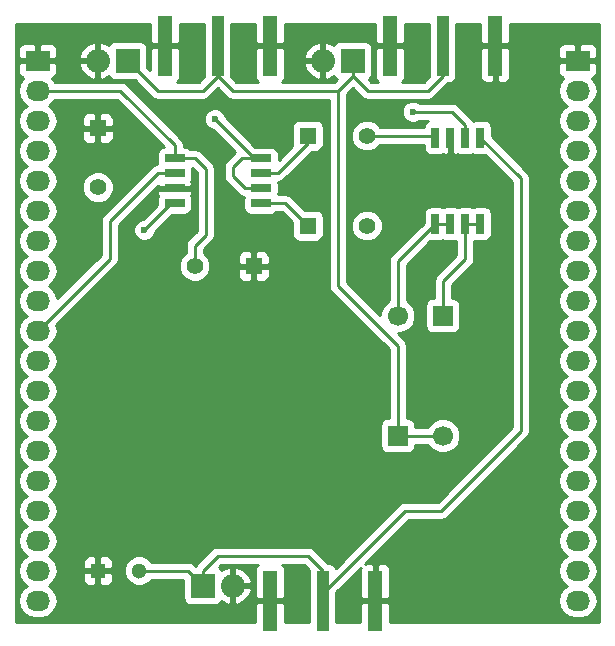
<source format=gbr>
G04 #@! TF.FileFunction,Copper,L1,Top,Signal*
%FSLAX46Y46*%
G04 Gerber Fmt 4.6, Leading zero omitted, Abs format (unit mm)*
G04 Created by KiCad (PCBNEW 4.0.4+e1-6308~48~ubuntu16.04.1-stable) date Wed Oct 12 16:19:53 2016*
%MOMM*%
%LPD*%
G01*
G04 APERTURE LIST*
%ADD10C,0.100000*%
%ADD11R,1.400000X1.400000*%
%ADD12C,1.400000*%
%ADD13C,1.699260*%
%ADD14R,1.699260X1.699260*%
%ADD15R,1.270000X5.080000*%
%ADD16R,1.016000X5.080000*%
%ADD17R,1.700000X0.650000*%
%ADD18R,0.650000X1.700000*%
%ADD19C,1.300000*%
%ADD20R,1.300000X1.300000*%
%ADD21R,2.032000X2.032000*%
%ADD22O,2.032000X2.032000*%
%ADD23R,2.032000X1.727200*%
%ADD24O,2.032000X1.727200*%
%ADD25C,0.600000*%
%ADD26C,0.250000*%
%ADD27C,0.254000*%
G04 APERTURE END LIST*
D10*
D11*
X64770000Y-88265000D03*
D12*
X64770000Y-93265000D03*
D11*
X82550000Y-88900000D03*
D12*
X87550000Y-88900000D03*
D11*
X82550000Y-96520000D03*
D12*
X87550000Y-96520000D03*
D13*
X93982540Y-114300520D03*
D14*
X93982540Y-104140520D03*
D13*
X90167460Y-104139480D03*
D14*
X90167460Y-114299480D03*
D15*
X79375000Y-128270000D03*
X88265000Y-128270000D03*
D16*
X83820000Y-128270000D03*
D15*
X79375000Y-81280000D03*
X70485000Y-81280000D03*
D16*
X74930000Y-81280000D03*
D15*
X98425000Y-81280000D03*
X89535000Y-81280000D03*
D16*
X93980000Y-81280000D03*
D17*
X71280000Y-90805000D03*
X71280000Y-92075000D03*
X71280000Y-93345000D03*
X71280000Y-94615000D03*
X78580000Y-94615000D03*
X78580000Y-93345000D03*
X78580000Y-92075000D03*
X78580000Y-90805000D03*
D18*
X97155000Y-89060000D03*
X95885000Y-89060000D03*
X94615000Y-89060000D03*
X93345000Y-89060000D03*
X93345000Y-96360000D03*
X94615000Y-96360000D03*
X95885000Y-96360000D03*
X97155000Y-96360000D03*
D19*
X68270000Y-125730000D03*
D20*
X64770000Y-125730000D03*
D21*
X73660000Y-127000000D03*
D22*
X76200000Y-127000000D03*
D21*
X67310000Y-82550000D03*
D22*
X64770000Y-82550000D03*
D21*
X86360000Y-82550000D03*
D22*
X83820000Y-82550000D03*
D11*
X77978000Y-99949000D03*
D12*
X72978000Y-99949000D03*
D23*
X105410000Y-82550000D03*
D24*
X105410000Y-85090000D03*
X105410000Y-87630000D03*
X105410000Y-90170000D03*
X105410000Y-92710000D03*
X105410000Y-95250000D03*
X105410000Y-97790000D03*
X105410000Y-100330000D03*
X105410000Y-102870000D03*
X105410000Y-105410000D03*
X105410000Y-107950000D03*
X105410000Y-110490000D03*
X105410000Y-113030000D03*
X105410000Y-115570000D03*
X105410000Y-118110000D03*
X105410000Y-120650000D03*
X105410000Y-123190000D03*
X105410000Y-125730000D03*
X105410000Y-128270000D03*
D23*
X59690000Y-82550000D03*
D24*
X59690000Y-85090000D03*
X59690000Y-87630000D03*
X59690000Y-90170000D03*
X59690000Y-92710000D03*
X59690000Y-95250000D03*
X59690000Y-97790000D03*
X59690000Y-100330000D03*
X59690000Y-102870000D03*
X59690000Y-105410000D03*
X59690000Y-107950000D03*
X59690000Y-110490000D03*
X59690000Y-113030000D03*
X59690000Y-115570000D03*
X59690000Y-118110000D03*
X59690000Y-120650000D03*
X59690000Y-123190000D03*
X59690000Y-125730000D03*
X59690000Y-128270000D03*
D25*
X74676000Y-87503000D03*
X91440000Y-86868000D03*
X68707000Y-96901000D03*
D26*
X78580000Y-90805000D02*
X76962000Y-90805000D01*
X77216000Y-93345000D02*
X78580000Y-93345000D01*
X76200000Y-92329000D02*
X77216000Y-93345000D01*
X76200000Y-91567000D02*
X76200000Y-92329000D01*
X76962000Y-90805000D02*
X76200000Y-91567000D01*
X74676000Y-87503000D02*
X77978000Y-90805000D01*
X77978000Y-90805000D02*
X78580000Y-90805000D01*
X78580000Y-92075000D02*
X80010000Y-92075000D01*
X80010000Y-92075000D02*
X82550000Y-89535000D01*
X82550000Y-89535000D02*
X82550000Y-88900000D01*
X87550000Y-88900000D02*
X93185000Y-88900000D01*
X93185000Y-88900000D02*
X93345000Y-89060000D01*
X78580000Y-94615000D02*
X80645000Y-94615000D01*
X80645000Y-94615000D02*
X82550000Y-96520000D01*
X95885000Y-88011000D02*
X95885000Y-89060000D01*
X94742000Y-86868000D02*
X95885000Y-88011000D01*
X91440000Y-86868000D02*
X94742000Y-86868000D01*
X90167460Y-114299480D02*
X90167460Y-106677460D01*
X85090000Y-101600000D02*
X85090000Y-85090000D01*
X90167460Y-106677460D02*
X85090000Y-101600000D01*
X90167460Y-114299480D02*
X93981500Y-114299480D01*
X93981500Y-114299480D02*
X93982540Y-114300520D01*
X86360000Y-82550000D02*
X86360000Y-83820000D01*
X86360000Y-83820000D02*
X87630000Y-85090000D01*
X93980000Y-83820000D02*
X93980000Y-81280000D01*
X74930000Y-81280000D02*
X74930000Y-83820000D01*
X85090000Y-85090000D02*
X86360000Y-83820000D01*
X67310000Y-82550000D02*
X69850000Y-85090000D01*
X74930000Y-83820000D02*
X76200000Y-85090000D01*
X76200000Y-85090000D02*
X85090000Y-85090000D01*
X69850000Y-85090000D02*
X73660000Y-85090000D01*
X73660000Y-85090000D02*
X74930000Y-83820000D01*
X92710000Y-85090000D02*
X93980000Y-83820000D01*
X87630000Y-85090000D02*
X92710000Y-85090000D01*
X95885000Y-96360000D02*
X97155000Y-96360000D01*
X93982540Y-104140520D02*
X93982540Y-101216460D01*
X95885000Y-99314000D02*
X95885000Y-96360000D01*
X93982540Y-101216460D02*
X95885000Y-99314000D01*
X93345000Y-96360000D02*
X94615000Y-96360000D01*
X90167460Y-104139480D02*
X90167460Y-99537540D01*
X90167460Y-99537540D02*
X93345000Y-96360000D01*
X90167460Y-104139480D02*
X90805520Y-104139480D01*
X83820000Y-128270000D02*
X83820000Y-127635000D01*
X83820000Y-127635000D02*
X90805000Y-120650000D01*
X100584000Y-92489000D02*
X97155000Y-89060000D01*
X100584000Y-113919000D02*
X100584000Y-92489000D01*
X93853000Y-120650000D02*
X100584000Y-113919000D01*
X90805000Y-120650000D02*
X93853000Y-120650000D01*
X68270000Y-125730000D02*
X72390000Y-125730000D01*
X72390000Y-125730000D02*
X73660000Y-127000000D01*
X73660000Y-127000000D02*
X73660000Y-125730000D01*
X73660000Y-125730000D02*
X74930000Y-124460000D01*
X74930000Y-124460000D02*
X82550000Y-124460000D01*
X82550000Y-124460000D02*
X83820000Y-125730000D01*
X83820000Y-125730000D02*
X83820000Y-128270000D01*
X68707000Y-96901000D02*
X70993000Y-94615000D01*
X70993000Y-94615000D02*
X71280000Y-94615000D01*
X71280000Y-92075000D02*
X69850000Y-92075000D01*
X65786000Y-99314000D02*
X59690000Y-105410000D01*
X65786000Y-96139000D02*
X65786000Y-99314000D01*
X69850000Y-92075000D02*
X65786000Y-96139000D01*
X72978000Y-99949000D02*
X72978000Y-98218000D01*
X73025000Y-90805000D02*
X71280000Y-90805000D01*
X73914000Y-91694000D02*
X73025000Y-90805000D01*
X73914000Y-97282000D02*
X73914000Y-91694000D01*
X72978000Y-98218000D02*
X73914000Y-97282000D01*
X59690000Y-85090000D02*
X66675000Y-85090000D01*
X71280000Y-89695000D02*
X71280000Y-90805000D01*
X66675000Y-85090000D02*
X71280000Y-89695000D01*
D27*
G36*
X69215000Y-80994250D02*
X69373750Y-81153000D01*
X70358000Y-81153000D01*
X70358000Y-81133000D01*
X70612000Y-81133000D01*
X70612000Y-81153000D01*
X71596250Y-81153000D01*
X71755000Y-80994250D01*
X71755000Y-79450000D01*
X73774560Y-79450000D01*
X73774560Y-83820000D01*
X73787330Y-83887868D01*
X73345198Y-84330000D01*
X71508025Y-84330000D01*
X71658327Y-84179699D01*
X71755000Y-83946310D01*
X71755000Y-81565750D01*
X71596250Y-81407000D01*
X70612000Y-81407000D01*
X70612000Y-81427000D01*
X70358000Y-81427000D01*
X70358000Y-81407000D01*
X69373750Y-81407000D01*
X69215000Y-81565750D01*
X69215000Y-83380198D01*
X68973440Y-83138638D01*
X68973440Y-81534000D01*
X68929162Y-81298683D01*
X68790090Y-81082559D01*
X68577890Y-80937569D01*
X68326000Y-80886560D01*
X66294000Y-80886560D01*
X66058683Y-80930838D01*
X65842559Y-81069910D01*
X65742144Y-81216872D01*
X65738379Y-81212812D01*
X65152946Y-80944017D01*
X64897000Y-81062633D01*
X64897000Y-82423000D01*
X64917000Y-82423000D01*
X64917000Y-82677000D01*
X64897000Y-82677000D01*
X64897000Y-84037367D01*
X65152946Y-84155983D01*
X65738379Y-83887188D01*
X65742934Y-83882276D01*
X65829910Y-84017441D01*
X66042110Y-84162431D01*
X66294000Y-84213440D01*
X67898638Y-84213440D01*
X69312599Y-85627401D01*
X69559160Y-85792148D01*
X69607414Y-85801746D01*
X69850000Y-85850000D01*
X73660000Y-85850000D01*
X73950839Y-85792148D01*
X74197401Y-85627401D01*
X74930000Y-84894802D01*
X75662599Y-85627401D01*
X75909160Y-85792148D01*
X76200000Y-85850000D01*
X84330000Y-85850000D01*
X84330000Y-101600000D01*
X84387852Y-101890839D01*
X84552599Y-102137401D01*
X89407460Y-106992262D01*
X89407460Y-112802410D01*
X89317830Y-112802410D01*
X89082513Y-112846688D01*
X88866389Y-112985760D01*
X88721399Y-113197960D01*
X88670390Y-113449850D01*
X88670390Y-115149110D01*
X88714668Y-115384427D01*
X88853740Y-115600551D01*
X89065940Y-115745541D01*
X89317830Y-115796550D01*
X91017090Y-115796550D01*
X91252407Y-115752272D01*
X91468531Y-115613200D01*
X91613521Y-115401000D01*
X91664530Y-115149110D01*
X91664530Y-115059480D01*
X92689764Y-115059480D01*
X92723198Y-115140397D01*
X93140466Y-115558394D01*
X93685933Y-115784892D01*
X94276556Y-115785408D01*
X94822417Y-115559862D01*
X95240414Y-115142594D01*
X95466912Y-114597127D01*
X95467428Y-114006504D01*
X95241882Y-113460643D01*
X94824614Y-113042646D01*
X94279147Y-112816148D01*
X93688524Y-112815632D01*
X93142663Y-113041178D01*
X92724666Y-113458446D01*
X92691018Y-113539480D01*
X91664530Y-113539480D01*
X91664530Y-113449850D01*
X91620252Y-113214533D01*
X91481180Y-112998409D01*
X91268980Y-112853419D01*
X91017090Y-112802410D01*
X90927460Y-112802410D01*
X90927460Y-106677460D01*
X90869608Y-106386621D01*
X90704861Y-106140059D01*
X90188932Y-105624130D01*
X90461476Y-105624368D01*
X91007337Y-105398822D01*
X91425334Y-104981554D01*
X91651832Y-104436087D01*
X91652348Y-103845464D01*
X91426802Y-103299603D01*
X91009534Y-102881606D01*
X90927460Y-102847526D01*
X90927460Y-99852342D01*
X92938804Y-97840998D01*
X93020000Y-97857440D01*
X93670000Y-97857440D01*
X93905317Y-97813162D01*
X93978778Y-97765891D01*
X94038110Y-97806431D01*
X94290000Y-97857440D01*
X94940000Y-97857440D01*
X95125000Y-97822630D01*
X95125000Y-98999198D01*
X93445139Y-100679059D01*
X93280392Y-100925621D01*
X93222540Y-101216460D01*
X93222540Y-102643450D01*
X93132910Y-102643450D01*
X92897593Y-102687728D01*
X92681469Y-102826800D01*
X92536479Y-103039000D01*
X92485470Y-103290890D01*
X92485470Y-104990150D01*
X92529748Y-105225467D01*
X92668820Y-105441591D01*
X92881020Y-105586581D01*
X93132910Y-105637590D01*
X94832170Y-105637590D01*
X95067487Y-105593312D01*
X95283611Y-105454240D01*
X95428601Y-105242040D01*
X95479610Y-104990150D01*
X95479610Y-103290890D01*
X95435332Y-103055573D01*
X95296260Y-102839449D01*
X95084060Y-102694459D01*
X94832170Y-102643450D01*
X94742540Y-102643450D01*
X94742540Y-101531262D01*
X96422401Y-99851401D01*
X96587148Y-99604839D01*
X96645000Y-99314000D01*
X96645000Y-97819977D01*
X96830000Y-97857440D01*
X97480000Y-97857440D01*
X97715317Y-97813162D01*
X97931441Y-97674090D01*
X98076431Y-97461890D01*
X98127440Y-97210000D01*
X98127440Y-95510000D01*
X98083162Y-95274683D01*
X97944090Y-95058559D01*
X97731890Y-94913569D01*
X97480000Y-94862560D01*
X96830000Y-94862560D01*
X96594683Y-94906838D01*
X96521222Y-94954109D01*
X96461890Y-94913569D01*
X96210000Y-94862560D01*
X95560000Y-94862560D01*
X95324683Y-94906838D01*
X95251222Y-94954109D01*
X95191890Y-94913569D01*
X94940000Y-94862560D01*
X94290000Y-94862560D01*
X94054683Y-94906838D01*
X93981222Y-94954109D01*
X93921890Y-94913569D01*
X93670000Y-94862560D01*
X93020000Y-94862560D01*
X92784683Y-94906838D01*
X92568559Y-95045910D01*
X92423569Y-95258110D01*
X92372560Y-95510000D01*
X92372560Y-96257638D01*
X89630059Y-99000139D01*
X89465312Y-99246701D01*
X89407460Y-99537540D01*
X89407460Y-102847133D01*
X89327583Y-102880138D01*
X88909586Y-103297406D01*
X88683088Y-103842873D01*
X88682848Y-104118046D01*
X85850000Y-101285198D01*
X85850000Y-96784383D01*
X86214769Y-96784383D01*
X86417582Y-97275229D01*
X86792796Y-97651098D01*
X87283287Y-97854768D01*
X87814383Y-97855231D01*
X88305229Y-97652418D01*
X88681098Y-97277204D01*
X88884768Y-96786713D01*
X88885231Y-96255617D01*
X88682418Y-95764771D01*
X88307204Y-95388902D01*
X87816713Y-95185232D01*
X87285617Y-95184769D01*
X86794771Y-95387582D01*
X86418902Y-95762796D01*
X86215232Y-96253287D01*
X86214769Y-96784383D01*
X85850000Y-96784383D01*
X85850000Y-85404802D01*
X86360000Y-84894802D01*
X87092599Y-85627401D01*
X87339160Y-85792148D01*
X87630000Y-85850000D01*
X92710000Y-85850000D01*
X93000839Y-85792148D01*
X93247401Y-85627401D01*
X93784802Y-85090000D01*
X103726655Y-85090000D01*
X103840729Y-85663489D01*
X104165585Y-86149670D01*
X104480366Y-86360000D01*
X104165585Y-86570330D01*
X103840729Y-87056511D01*
X103726655Y-87630000D01*
X103840729Y-88203489D01*
X104165585Y-88689670D01*
X104480366Y-88900000D01*
X104165585Y-89110330D01*
X103840729Y-89596511D01*
X103726655Y-90170000D01*
X103840729Y-90743489D01*
X104165585Y-91229670D01*
X104480366Y-91440000D01*
X104165585Y-91650330D01*
X103840729Y-92136511D01*
X103726655Y-92710000D01*
X103840729Y-93283489D01*
X104165585Y-93769670D01*
X104480366Y-93980000D01*
X104165585Y-94190330D01*
X103840729Y-94676511D01*
X103726655Y-95250000D01*
X103840729Y-95823489D01*
X104165585Y-96309670D01*
X104480366Y-96520000D01*
X104165585Y-96730330D01*
X103840729Y-97216511D01*
X103726655Y-97790000D01*
X103840729Y-98363489D01*
X104165585Y-98849670D01*
X104480366Y-99060000D01*
X104165585Y-99270330D01*
X103840729Y-99756511D01*
X103726655Y-100330000D01*
X103840729Y-100903489D01*
X104165585Y-101389670D01*
X104480366Y-101600000D01*
X104165585Y-101810330D01*
X103840729Y-102296511D01*
X103726655Y-102870000D01*
X103840729Y-103443489D01*
X104165585Y-103929670D01*
X104480366Y-104140000D01*
X104165585Y-104350330D01*
X103840729Y-104836511D01*
X103726655Y-105410000D01*
X103840729Y-105983489D01*
X104165585Y-106469670D01*
X104480366Y-106680000D01*
X104165585Y-106890330D01*
X103840729Y-107376511D01*
X103726655Y-107950000D01*
X103840729Y-108523489D01*
X104165585Y-109009670D01*
X104480366Y-109220000D01*
X104165585Y-109430330D01*
X103840729Y-109916511D01*
X103726655Y-110490000D01*
X103840729Y-111063489D01*
X104165585Y-111549670D01*
X104480366Y-111760000D01*
X104165585Y-111970330D01*
X103840729Y-112456511D01*
X103726655Y-113030000D01*
X103840729Y-113603489D01*
X104165585Y-114089670D01*
X104480366Y-114300000D01*
X104165585Y-114510330D01*
X103840729Y-114996511D01*
X103726655Y-115570000D01*
X103840729Y-116143489D01*
X104165585Y-116629670D01*
X104480366Y-116840000D01*
X104165585Y-117050330D01*
X103840729Y-117536511D01*
X103726655Y-118110000D01*
X103840729Y-118683489D01*
X104165585Y-119169670D01*
X104480366Y-119380000D01*
X104165585Y-119590330D01*
X103840729Y-120076511D01*
X103726655Y-120650000D01*
X103840729Y-121223489D01*
X104165585Y-121709670D01*
X104480366Y-121920000D01*
X104165585Y-122130330D01*
X103840729Y-122616511D01*
X103726655Y-123190000D01*
X103840729Y-123763489D01*
X104165585Y-124249670D01*
X104480366Y-124460000D01*
X104165585Y-124670330D01*
X103840729Y-125156511D01*
X103726655Y-125730000D01*
X103840729Y-126303489D01*
X104165585Y-126789670D01*
X104480366Y-127000000D01*
X104165585Y-127210330D01*
X103840729Y-127696511D01*
X103726655Y-128270000D01*
X103840729Y-128843489D01*
X104165585Y-129329670D01*
X104651766Y-129654526D01*
X105225255Y-129768600D01*
X105594745Y-129768600D01*
X106168234Y-129654526D01*
X106654415Y-129329670D01*
X106979271Y-128843489D01*
X107093345Y-128270000D01*
X106979271Y-127696511D01*
X106654415Y-127210330D01*
X106339634Y-127000000D01*
X106654415Y-126789670D01*
X106979271Y-126303489D01*
X107093345Y-125730000D01*
X106979271Y-125156511D01*
X106654415Y-124670330D01*
X106339634Y-124460000D01*
X106654415Y-124249670D01*
X106979271Y-123763489D01*
X107093345Y-123190000D01*
X106979271Y-122616511D01*
X106654415Y-122130330D01*
X106339634Y-121920000D01*
X106654415Y-121709670D01*
X106979271Y-121223489D01*
X107093345Y-120650000D01*
X106979271Y-120076511D01*
X106654415Y-119590330D01*
X106339634Y-119380000D01*
X106654415Y-119169670D01*
X106979271Y-118683489D01*
X107093345Y-118110000D01*
X106979271Y-117536511D01*
X106654415Y-117050330D01*
X106339634Y-116840000D01*
X106654415Y-116629670D01*
X106979271Y-116143489D01*
X107093345Y-115570000D01*
X106979271Y-114996511D01*
X106654415Y-114510330D01*
X106339634Y-114300000D01*
X106654415Y-114089670D01*
X106979271Y-113603489D01*
X107093345Y-113030000D01*
X106979271Y-112456511D01*
X106654415Y-111970330D01*
X106339634Y-111760000D01*
X106654415Y-111549670D01*
X106979271Y-111063489D01*
X107093345Y-110490000D01*
X106979271Y-109916511D01*
X106654415Y-109430330D01*
X106339634Y-109220000D01*
X106654415Y-109009670D01*
X106979271Y-108523489D01*
X107093345Y-107950000D01*
X106979271Y-107376511D01*
X106654415Y-106890330D01*
X106339634Y-106680000D01*
X106654415Y-106469670D01*
X106979271Y-105983489D01*
X107093345Y-105410000D01*
X106979271Y-104836511D01*
X106654415Y-104350330D01*
X106339634Y-104140000D01*
X106654415Y-103929670D01*
X106979271Y-103443489D01*
X107093345Y-102870000D01*
X106979271Y-102296511D01*
X106654415Y-101810330D01*
X106339634Y-101600000D01*
X106654415Y-101389670D01*
X106979271Y-100903489D01*
X107093345Y-100330000D01*
X106979271Y-99756511D01*
X106654415Y-99270330D01*
X106339634Y-99060000D01*
X106654415Y-98849670D01*
X106979271Y-98363489D01*
X107093345Y-97790000D01*
X106979271Y-97216511D01*
X106654415Y-96730330D01*
X106339634Y-96520000D01*
X106654415Y-96309670D01*
X106979271Y-95823489D01*
X107093345Y-95250000D01*
X106979271Y-94676511D01*
X106654415Y-94190330D01*
X106339634Y-93980000D01*
X106654415Y-93769670D01*
X106979271Y-93283489D01*
X107093345Y-92710000D01*
X106979271Y-92136511D01*
X106654415Y-91650330D01*
X106339634Y-91440000D01*
X106654415Y-91229670D01*
X106979271Y-90743489D01*
X107093345Y-90170000D01*
X106979271Y-89596511D01*
X106654415Y-89110330D01*
X106339634Y-88900000D01*
X106654415Y-88689670D01*
X106979271Y-88203489D01*
X107093345Y-87630000D01*
X106979271Y-87056511D01*
X106654415Y-86570330D01*
X106339634Y-86360000D01*
X106654415Y-86149670D01*
X106979271Y-85663489D01*
X107093345Y-85090000D01*
X106979271Y-84516511D01*
X106654415Y-84030330D01*
X106632220Y-84015500D01*
X106785699Y-83951927D01*
X106964327Y-83773298D01*
X107061000Y-83539909D01*
X107061000Y-82835750D01*
X106902250Y-82677000D01*
X105537000Y-82677000D01*
X105537000Y-82697000D01*
X105283000Y-82697000D01*
X105283000Y-82677000D01*
X103917750Y-82677000D01*
X103759000Y-82835750D01*
X103759000Y-83539909D01*
X103855673Y-83773298D01*
X104034301Y-83951927D01*
X104187780Y-84015500D01*
X104165585Y-84030330D01*
X103840729Y-84516511D01*
X103726655Y-85090000D01*
X93784802Y-85090000D01*
X94407362Y-84467440D01*
X94488000Y-84467440D01*
X94723317Y-84423162D01*
X94939441Y-84284090D01*
X95084431Y-84071890D01*
X95135440Y-83820000D01*
X95135440Y-81565750D01*
X97155000Y-81565750D01*
X97155000Y-83946310D01*
X97251673Y-84179699D01*
X97430302Y-84358327D01*
X97663691Y-84455000D01*
X98139250Y-84455000D01*
X98298000Y-84296250D01*
X98298000Y-81407000D01*
X98552000Y-81407000D01*
X98552000Y-84296250D01*
X98710750Y-84455000D01*
X99186309Y-84455000D01*
X99419698Y-84358327D01*
X99598327Y-84179699D01*
X99695000Y-83946310D01*
X99695000Y-81565750D01*
X99689341Y-81560091D01*
X103759000Y-81560091D01*
X103759000Y-82264250D01*
X103917750Y-82423000D01*
X105283000Y-82423000D01*
X105283000Y-81210150D01*
X105537000Y-81210150D01*
X105537000Y-82423000D01*
X106902250Y-82423000D01*
X107061000Y-82264250D01*
X107061000Y-81560091D01*
X106964327Y-81326702D01*
X106785699Y-81148073D01*
X106552310Y-81051400D01*
X105695750Y-81051400D01*
X105537000Y-81210150D01*
X105283000Y-81210150D01*
X105124250Y-81051400D01*
X104267690Y-81051400D01*
X104034301Y-81148073D01*
X103855673Y-81326702D01*
X103759000Y-81560091D01*
X99689341Y-81560091D01*
X99536250Y-81407000D01*
X98552000Y-81407000D01*
X98298000Y-81407000D01*
X97313750Y-81407000D01*
X97155000Y-81565750D01*
X95135440Y-81565750D01*
X95135440Y-79450000D01*
X97155000Y-79450000D01*
X97155000Y-80994250D01*
X97313750Y-81153000D01*
X98298000Y-81153000D01*
X98298000Y-81133000D01*
X98552000Y-81133000D01*
X98552000Y-81153000D01*
X99536250Y-81153000D01*
X99695000Y-80994250D01*
X99695000Y-79450000D01*
X107240000Y-79450000D01*
X107240000Y-130100000D01*
X89535000Y-130100000D01*
X89535000Y-128555750D01*
X89376250Y-128397000D01*
X88392000Y-128397000D01*
X88392000Y-128417000D01*
X88138000Y-128417000D01*
X88138000Y-128397000D01*
X87153750Y-128397000D01*
X86995000Y-128555750D01*
X86995000Y-130100000D01*
X84975440Y-130100000D01*
X84975440Y-127554362D01*
X87043711Y-125486091D01*
X86995000Y-125603690D01*
X86995000Y-127984250D01*
X87153750Y-128143000D01*
X88138000Y-128143000D01*
X88138000Y-125253750D01*
X88392000Y-125253750D01*
X88392000Y-128143000D01*
X89376250Y-128143000D01*
X89535000Y-127984250D01*
X89535000Y-125603690D01*
X89438327Y-125370301D01*
X89259698Y-125191673D01*
X89026309Y-125095000D01*
X88550750Y-125095000D01*
X88392000Y-125253750D01*
X88138000Y-125253750D01*
X87979250Y-125095000D01*
X87503691Y-125095000D01*
X87386090Y-125143712D01*
X91119802Y-121410000D01*
X93853000Y-121410000D01*
X94143839Y-121352148D01*
X94390401Y-121187401D01*
X101121401Y-114456401D01*
X101286147Y-114209840D01*
X101286148Y-114209839D01*
X101344000Y-113919000D01*
X101344000Y-92489000D01*
X101323313Y-92385000D01*
X101286148Y-92198160D01*
X101121401Y-91951599D01*
X98127440Y-88957638D01*
X98127440Y-88210000D01*
X98083162Y-87974683D01*
X97944090Y-87758559D01*
X97731890Y-87613569D01*
X97480000Y-87562560D01*
X96830000Y-87562560D01*
X96594683Y-87606838D01*
X96536461Y-87644303D01*
X96422401Y-87473599D01*
X95279401Y-86330599D01*
X95032839Y-86165852D01*
X94742000Y-86108000D01*
X92002463Y-86108000D01*
X91970327Y-86075808D01*
X91626799Y-85933162D01*
X91254833Y-85932838D01*
X90911057Y-86074883D01*
X90647808Y-86337673D01*
X90505162Y-86681201D01*
X90504838Y-87053167D01*
X90646883Y-87396943D01*
X90909673Y-87660192D01*
X91253201Y-87802838D01*
X91625167Y-87803162D01*
X91968943Y-87661117D01*
X92002118Y-87628000D01*
X92751796Y-87628000D01*
X92568559Y-87745910D01*
X92423569Y-87958110D01*
X92386735Y-88140000D01*
X88677655Y-88140000D01*
X88307204Y-87768902D01*
X87816713Y-87565232D01*
X87285617Y-87564769D01*
X86794771Y-87767582D01*
X86418902Y-88142796D01*
X86215232Y-88633287D01*
X86214769Y-89164383D01*
X86417582Y-89655229D01*
X86792796Y-90031098D01*
X87283287Y-90234768D01*
X87814383Y-90235231D01*
X88305229Y-90032418D01*
X88678297Y-89660000D01*
X92372560Y-89660000D01*
X92372560Y-89910000D01*
X92416838Y-90145317D01*
X92555910Y-90361441D01*
X92768110Y-90506431D01*
X93020000Y-90557440D01*
X93670000Y-90557440D01*
X93905317Y-90513162D01*
X93976400Y-90467422D01*
X94163690Y-90545000D01*
X94329250Y-90545000D01*
X94488000Y-90386250D01*
X94488000Y-89187000D01*
X94468000Y-89187000D01*
X94468000Y-88933000D01*
X94488000Y-88933000D01*
X94488000Y-88913000D01*
X94742000Y-88913000D01*
X94742000Y-88933000D01*
X94762000Y-88933000D01*
X94762000Y-89187000D01*
X94742000Y-89187000D01*
X94742000Y-90386250D01*
X94900750Y-90545000D01*
X95066310Y-90545000D01*
X95251993Y-90468088D01*
X95308110Y-90506431D01*
X95560000Y-90557440D01*
X96210000Y-90557440D01*
X96445317Y-90513162D01*
X96518778Y-90465891D01*
X96578110Y-90506431D01*
X96830000Y-90557440D01*
X97480000Y-90557440D01*
X97562176Y-90541978D01*
X99824000Y-92803802D01*
X99824000Y-113604198D01*
X93538198Y-119890000D01*
X90805000Y-119890000D01*
X90514161Y-119947852D01*
X90267599Y-120112599D01*
X84913290Y-125466908D01*
X84792090Y-125278559D01*
X84579890Y-125133569D01*
X84328000Y-125082560D01*
X84247362Y-125082560D01*
X83087401Y-123922599D01*
X82840839Y-123757852D01*
X82550000Y-123700000D01*
X74930000Y-123700000D01*
X74639160Y-123757852D01*
X74392599Y-123922599D01*
X73122599Y-125192599D01*
X73044414Y-125309612D01*
X72927401Y-125192599D01*
X72680839Y-125027852D01*
X72390000Y-124970000D01*
X69327006Y-124970000D01*
X68998845Y-124641265D01*
X68526724Y-124445223D01*
X68015519Y-124444777D01*
X67543057Y-124639995D01*
X67181265Y-125001155D01*
X66985223Y-125473276D01*
X66984777Y-125984481D01*
X67179995Y-126456943D01*
X67541155Y-126818735D01*
X68013276Y-127014777D01*
X68524481Y-127015223D01*
X68996943Y-126820005D01*
X69327525Y-126490000D01*
X71996560Y-126490000D01*
X71996560Y-128016000D01*
X72040838Y-128251317D01*
X72179910Y-128467441D01*
X72392110Y-128612431D01*
X72644000Y-128663440D01*
X74676000Y-128663440D01*
X74911317Y-128619162D01*
X75127441Y-128480090D01*
X75227856Y-128333128D01*
X75231621Y-128337188D01*
X75817054Y-128605983D01*
X76073000Y-128487367D01*
X76073000Y-127127000D01*
X76327000Y-127127000D01*
X76327000Y-128487367D01*
X76582946Y-128605983D01*
X77168379Y-128337188D01*
X77606385Y-127864818D01*
X77805975Y-127382944D01*
X77686836Y-127127000D01*
X76327000Y-127127000D01*
X76073000Y-127127000D01*
X76053000Y-127127000D01*
X76053000Y-126873000D01*
X76073000Y-126873000D01*
X76073000Y-125512633D01*
X76327000Y-125512633D01*
X76327000Y-126873000D01*
X77686836Y-126873000D01*
X77805975Y-126617056D01*
X77606385Y-126135182D01*
X77168379Y-125662812D01*
X76582946Y-125394017D01*
X76327000Y-125512633D01*
X76073000Y-125512633D01*
X75817054Y-125394017D01*
X75231621Y-125662812D01*
X75227066Y-125667724D01*
X75140090Y-125532559D01*
X75016612Y-125448190D01*
X75244802Y-125220000D01*
X78351975Y-125220000D01*
X78201673Y-125370301D01*
X78105000Y-125603690D01*
X78105000Y-127984250D01*
X78263750Y-128143000D01*
X79248000Y-128143000D01*
X79248000Y-128123000D01*
X79502000Y-128123000D01*
X79502000Y-128143000D01*
X80486250Y-128143000D01*
X80645000Y-127984250D01*
X80645000Y-125603690D01*
X80548327Y-125370301D01*
X80398025Y-125220000D01*
X82235198Y-125220000D01*
X82678140Y-125662942D01*
X82664560Y-125730000D01*
X82664560Y-130100000D01*
X80645000Y-130100000D01*
X80645000Y-128555750D01*
X80486250Y-128397000D01*
X79502000Y-128397000D01*
X79502000Y-128417000D01*
X79248000Y-128417000D01*
X79248000Y-128397000D01*
X78263750Y-128397000D01*
X78105000Y-128555750D01*
X78105000Y-130100000D01*
X57860000Y-130100000D01*
X57860000Y-85090000D01*
X58006655Y-85090000D01*
X58120729Y-85663489D01*
X58445585Y-86149670D01*
X58760366Y-86360000D01*
X58445585Y-86570330D01*
X58120729Y-87056511D01*
X58006655Y-87630000D01*
X58120729Y-88203489D01*
X58445585Y-88689670D01*
X58760366Y-88900000D01*
X58445585Y-89110330D01*
X58120729Y-89596511D01*
X58006655Y-90170000D01*
X58120729Y-90743489D01*
X58445585Y-91229670D01*
X58760366Y-91440000D01*
X58445585Y-91650330D01*
X58120729Y-92136511D01*
X58006655Y-92710000D01*
X58120729Y-93283489D01*
X58445585Y-93769670D01*
X58760366Y-93980000D01*
X58445585Y-94190330D01*
X58120729Y-94676511D01*
X58006655Y-95250000D01*
X58120729Y-95823489D01*
X58445585Y-96309670D01*
X58760366Y-96520000D01*
X58445585Y-96730330D01*
X58120729Y-97216511D01*
X58006655Y-97790000D01*
X58120729Y-98363489D01*
X58445585Y-98849670D01*
X58760366Y-99060000D01*
X58445585Y-99270330D01*
X58120729Y-99756511D01*
X58006655Y-100330000D01*
X58120729Y-100903489D01*
X58445585Y-101389670D01*
X58760366Y-101600000D01*
X58445585Y-101810330D01*
X58120729Y-102296511D01*
X58006655Y-102870000D01*
X58120729Y-103443489D01*
X58445585Y-103929670D01*
X58760366Y-104140000D01*
X58445585Y-104350330D01*
X58120729Y-104836511D01*
X58006655Y-105410000D01*
X58120729Y-105983489D01*
X58445585Y-106469670D01*
X58760366Y-106680000D01*
X58445585Y-106890330D01*
X58120729Y-107376511D01*
X58006655Y-107950000D01*
X58120729Y-108523489D01*
X58445585Y-109009670D01*
X58760366Y-109220000D01*
X58445585Y-109430330D01*
X58120729Y-109916511D01*
X58006655Y-110490000D01*
X58120729Y-111063489D01*
X58445585Y-111549670D01*
X58760366Y-111760000D01*
X58445585Y-111970330D01*
X58120729Y-112456511D01*
X58006655Y-113030000D01*
X58120729Y-113603489D01*
X58445585Y-114089670D01*
X58760366Y-114300000D01*
X58445585Y-114510330D01*
X58120729Y-114996511D01*
X58006655Y-115570000D01*
X58120729Y-116143489D01*
X58445585Y-116629670D01*
X58760366Y-116840000D01*
X58445585Y-117050330D01*
X58120729Y-117536511D01*
X58006655Y-118110000D01*
X58120729Y-118683489D01*
X58445585Y-119169670D01*
X58760366Y-119380000D01*
X58445585Y-119590330D01*
X58120729Y-120076511D01*
X58006655Y-120650000D01*
X58120729Y-121223489D01*
X58445585Y-121709670D01*
X58760366Y-121920000D01*
X58445585Y-122130330D01*
X58120729Y-122616511D01*
X58006655Y-123190000D01*
X58120729Y-123763489D01*
X58445585Y-124249670D01*
X58760366Y-124460000D01*
X58445585Y-124670330D01*
X58120729Y-125156511D01*
X58006655Y-125730000D01*
X58120729Y-126303489D01*
X58445585Y-126789670D01*
X58760366Y-127000000D01*
X58445585Y-127210330D01*
X58120729Y-127696511D01*
X58006655Y-128270000D01*
X58120729Y-128843489D01*
X58445585Y-129329670D01*
X58931766Y-129654526D01*
X59505255Y-129768600D01*
X59874745Y-129768600D01*
X60448234Y-129654526D01*
X60934415Y-129329670D01*
X61259271Y-128843489D01*
X61373345Y-128270000D01*
X61259271Y-127696511D01*
X60934415Y-127210330D01*
X60619634Y-127000000D01*
X60934415Y-126789670D01*
X61259271Y-126303489D01*
X61316505Y-126015750D01*
X63485000Y-126015750D01*
X63485000Y-126506310D01*
X63581673Y-126739699D01*
X63760302Y-126918327D01*
X63993691Y-127015000D01*
X64484250Y-127015000D01*
X64643000Y-126856250D01*
X64643000Y-125857000D01*
X64897000Y-125857000D01*
X64897000Y-126856250D01*
X65055750Y-127015000D01*
X65546309Y-127015000D01*
X65779698Y-126918327D01*
X65958327Y-126739699D01*
X66055000Y-126506310D01*
X66055000Y-126015750D01*
X65896250Y-125857000D01*
X64897000Y-125857000D01*
X64643000Y-125857000D01*
X63643750Y-125857000D01*
X63485000Y-126015750D01*
X61316505Y-126015750D01*
X61373345Y-125730000D01*
X61259271Y-125156511D01*
X61123751Y-124953690D01*
X63485000Y-124953690D01*
X63485000Y-125444250D01*
X63643750Y-125603000D01*
X64643000Y-125603000D01*
X64643000Y-124603750D01*
X64897000Y-124603750D01*
X64897000Y-125603000D01*
X65896250Y-125603000D01*
X66055000Y-125444250D01*
X66055000Y-124953690D01*
X65958327Y-124720301D01*
X65779698Y-124541673D01*
X65546309Y-124445000D01*
X65055750Y-124445000D01*
X64897000Y-124603750D01*
X64643000Y-124603750D01*
X64484250Y-124445000D01*
X63993691Y-124445000D01*
X63760302Y-124541673D01*
X63581673Y-124720301D01*
X63485000Y-124953690D01*
X61123751Y-124953690D01*
X60934415Y-124670330D01*
X60619634Y-124460000D01*
X60934415Y-124249670D01*
X61259271Y-123763489D01*
X61373345Y-123190000D01*
X61259271Y-122616511D01*
X60934415Y-122130330D01*
X60619634Y-121920000D01*
X60934415Y-121709670D01*
X61259271Y-121223489D01*
X61373345Y-120650000D01*
X61259271Y-120076511D01*
X60934415Y-119590330D01*
X60619634Y-119380000D01*
X60934415Y-119169670D01*
X61259271Y-118683489D01*
X61373345Y-118110000D01*
X61259271Y-117536511D01*
X60934415Y-117050330D01*
X60619634Y-116840000D01*
X60934415Y-116629670D01*
X61259271Y-116143489D01*
X61373345Y-115570000D01*
X61259271Y-114996511D01*
X60934415Y-114510330D01*
X60619634Y-114300000D01*
X60934415Y-114089670D01*
X61259271Y-113603489D01*
X61373345Y-113030000D01*
X61259271Y-112456511D01*
X60934415Y-111970330D01*
X60619634Y-111760000D01*
X60934415Y-111549670D01*
X61259271Y-111063489D01*
X61373345Y-110490000D01*
X61259271Y-109916511D01*
X60934415Y-109430330D01*
X60619634Y-109220000D01*
X60934415Y-109009670D01*
X61259271Y-108523489D01*
X61373345Y-107950000D01*
X61259271Y-107376511D01*
X60934415Y-106890330D01*
X60619634Y-106680000D01*
X60934415Y-106469670D01*
X61259271Y-105983489D01*
X61373345Y-105410000D01*
X61272381Y-104902421D01*
X66323401Y-99851401D01*
X66488148Y-99604839D01*
X66546000Y-99314000D01*
X66546000Y-97086167D01*
X67771838Y-97086167D01*
X67913883Y-97429943D01*
X68176673Y-97693192D01*
X68520201Y-97835838D01*
X68892167Y-97836162D01*
X69235943Y-97694117D01*
X69499192Y-97431327D01*
X69641838Y-97087799D01*
X69641879Y-97040923D01*
X71095362Y-95587440D01*
X72130000Y-95587440D01*
X72365317Y-95543162D01*
X72581441Y-95404090D01*
X72726431Y-95191890D01*
X72777440Y-94940000D01*
X72777440Y-94290000D01*
X72733162Y-94054683D01*
X72687422Y-93983600D01*
X72765000Y-93796310D01*
X72765000Y-93630750D01*
X72606250Y-93472000D01*
X71407000Y-93472000D01*
X71407000Y-93492000D01*
X71153000Y-93492000D01*
X71153000Y-93472000D01*
X69953750Y-93472000D01*
X69795000Y-93630750D01*
X69795000Y-93796310D01*
X69871912Y-93981993D01*
X69833569Y-94038110D01*
X69782560Y-94290000D01*
X69782560Y-94750638D01*
X68567320Y-95965878D01*
X68521833Y-95965838D01*
X68178057Y-96107883D01*
X67914808Y-96370673D01*
X67772162Y-96714201D01*
X67771838Y-97086167D01*
X66546000Y-97086167D01*
X66546000Y-96453802D01*
X69867776Y-93132026D01*
X69953750Y-93218000D01*
X71153000Y-93218000D01*
X71153000Y-93198000D01*
X71407000Y-93198000D01*
X71407000Y-93218000D01*
X72606250Y-93218000D01*
X72765000Y-93059250D01*
X72765000Y-92893690D01*
X72688088Y-92708007D01*
X72726431Y-92651890D01*
X72777440Y-92400000D01*
X72777440Y-91750000D01*
X72750147Y-91604949D01*
X73154000Y-92008802D01*
X73154000Y-96967198D01*
X72440599Y-97680599D01*
X72275852Y-97927161D01*
X72218000Y-98218000D01*
X72218000Y-98821345D01*
X71846902Y-99191796D01*
X71643232Y-99682287D01*
X71642769Y-100213383D01*
X71845582Y-100704229D01*
X72220796Y-101080098D01*
X72711287Y-101283768D01*
X73242383Y-101284231D01*
X73733229Y-101081418D01*
X74109098Y-100706204D01*
X74304863Y-100234750D01*
X76643000Y-100234750D01*
X76643000Y-100775310D01*
X76739673Y-101008699D01*
X76918302Y-101187327D01*
X77151691Y-101284000D01*
X77692250Y-101284000D01*
X77851000Y-101125250D01*
X77851000Y-100076000D01*
X78105000Y-100076000D01*
X78105000Y-101125250D01*
X78263750Y-101284000D01*
X78804309Y-101284000D01*
X79037698Y-101187327D01*
X79216327Y-101008699D01*
X79313000Y-100775310D01*
X79313000Y-100234750D01*
X79154250Y-100076000D01*
X78105000Y-100076000D01*
X77851000Y-100076000D01*
X76801750Y-100076000D01*
X76643000Y-100234750D01*
X74304863Y-100234750D01*
X74312768Y-100215713D01*
X74313231Y-99684617D01*
X74110418Y-99193771D01*
X74039461Y-99122690D01*
X76643000Y-99122690D01*
X76643000Y-99663250D01*
X76801750Y-99822000D01*
X77851000Y-99822000D01*
X77851000Y-98772750D01*
X78105000Y-98772750D01*
X78105000Y-99822000D01*
X79154250Y-99822000D01*
X79313000Y-99663250D01*
X79313000Y-99122690D01*
X79216327Y-98889301D01*
X79037698Y-98710673D01*
X78804309Y-98614000D01*
X78263750Y-98614000D01*
X78105000Y-98772750D01*
X77851000Y-98772750D01*
X77692250Y-98614000D01*
X77151691Y-98614000D01*
X76918302Y-98710673D01*
X76739673Y-98889301D01*
X76643000Y-99122690D01*
X74039461Y-99122690D01*
X73738000Y-98820703D01*
X73738000Y-98532802D01*
X74451401Y-97819401D01*
X74616148Y-97572839D01*
X74674000Y-97282000D01*
X74674000Y-91694000D01*
X74616148Y-91403161D01*
X74451401Y-91156599D01*
X73562401Y-90267599D01*
X73315839Y-90102852D01*
X73025000Y-90045000D01*
X72604669Y-90045000D01*
X72594090Y-90028559D01*
X72381890Y-89883569D01*
X72130000Y-89832560D01*
X72040000Y-89832560D01*
X72040000Y-89695000D01*
X71982148Y-89404161D01*
X71982148Y-89404160D01*
X71817401Y-89157599D01*
X70347969Y-87688167D01*
X73740838Y-87688167D01*
X73882883Y-88031943D01*
X74145673Y-88295192D01*
X74489201Y-88437838D01*
X74536077Y-88437879D01*
X76395198Y-90297000D01*
X75662599Y-91029599D01*
X75497852Y-91276161D01*
X75440000Y-91567000D01*
X75440000Y-92329000D01*
X75497852Y-92619839D01*
X75662599Y-92866401D01*
X76678599Y-93882401D01*
X76925161Y-94047148D01*
X77123740Y-94086648D01*
X77082560Y-94290000D01*
X77082560Y-94940000D01*
X77126838Y-95175317D01*
X77265910Y-95391441D01*
X77478110Y-95536431D01*
X77730000Y-95587440D01*
X79430000Y-95587440D01*
X79665317Y-95543162D01*
X79881441Y-95404090D01*
X79901317Y-95375000D01*
X80330198Y-95375000D01*
X81202560Y-96247362D01*
X81202560Y-97220000D01*
X81246838Y-97455317D01*
X81385910Y-97671441D01*
X81598110Y-97816431D01*
X81850000Y-97867440D01*
X83250000Y-97867440D01*
X83485317Y-97823162D01*
X83701441Y-97684090D01*
X83846431Y-97471890D01*
X83897440Y-97220000D01*
X83897440Y-95820000D01*
X83853162Y-95584683D01*
X83714090Y-95368559D01*
X83501890Y-95223569D01*
X83250000Y-95172560D01*
X82277362Y-95172560D01*
X81182401Y-94077599D01*
X80935839Y-93912852D01*
X80645000Y-93855000D01*
X80039977Y-93855000D01*
X80077440Y-93670000D01*
X80077440Y-93020000D01*
X80041453Y-92828744D01*
X80300839Y-92777148D01*
X80547401Y-92612401D01*
X82912362Y-90247440D01*
X83250000Y-90247440D01*
X83485317Y-90203162D01*
X83701441Y-90064090D01*
X83846431Y-89851890D01*
X83897440Y-89600000D01*
X83897440Y-88200000D01*
X83853162Y-87964683D01*
X83714090Y-87748559D01*
X83501890Y-87603569D01*
X83250000Y-87552560D01*
X81850000Y-87552560D01*
X81614683Y-87596838D01*
X81398559Y-87735910D01*
X81253569Y-87948110D01*
X81202560Y-88200000D01*
X81202560Y-89600000D01*
X81235443Y-89774755D01*
X80077440Y-90932758D01*
X80077440Y-90480000D01*
X80033162Y-90244683D01*
X79894090Y-90028559D01*
X79681890Y-89883569D01*
X79430000Y-89832560D01*
X78080362Y-89832560D01*
X75611122Y-87363320D01*
X75611162Y-87317833D01*
X75469117Y-86974057D01*
X75206327Y-86710808D01*
X74862799Y-86568162D01*
X74490833Y-86567838D01*
X74147057Y-86709883D01*
X73883808Y-86972673D01*
X73741162Y-87316201D01*
X73740838Y-87688167D01*
X70347969Y-87688167D01*
X67212401Y-84552599D01*
X66965839Y-84387852D01*
X66675000Y-84330000D01*
X61134648Y-84330000D01*
X60934415Y-84030330D01*
X60912220Y-84015500D01*
X61065699Y-83951927D01*
X61244327Y-83773298D01*
X61341000Y-83539909D01*
X61341000Y-82932944D01*
X63164025Y-82932944D01*
X63363615Y-83414818D01*
X63801621Y-83887188D01*
X64387054Y-84155983D01*
X64643000Y-84037367D01*
X64643000Y-82677000D01*
X63283164Y-82677000D01*
X63164025Y-82932944D01*
X61341000Y-82932944D01*
X61341000Y-82835750D01*
X61182250Y-82677000D01*
X59817000Y-82677000D01*
X59817000Y-82697000D01*
X59563000Y-82697000D01*
X59563000Y-82677000D01*
X58197750Y-82677000D01*
X58039000Y-82835750D01*
X58039000Y-83539909D01*
X58135673Y-83773298D01*
X58314301Y-83951927D01*
X58467780Y-84015500D01*
X58445585Y-84030330D01*
X58120729Y-84516511D01*
X58006655Y-85090000D01*
X57860000Y-85090000D01*
X57860000Y-81560091D01*
X58039000Y-81560091D01*
X58039000Y-82264250D01*
X58197750Y-82423000D01*
X59563000Y-82423000D01*
X59563000Y-81210150D01*
X59817000Y-81210150D01*
X59817000Y-82423000D01*
X61182250Y-82423000D01*
X61341000Y-82264250D01*
X61341000Y-82167056D01*
X63164025Y-82167056D01*
X63283164Y-82423000D01*
X64643000Y-82423000D01*
X64643000Y-81062633D01*
X64387054Y-80944017D01*
X63801621Y-81212812D01*
X63363615Y-81685182D01*
X63164025Y-82167056D01*
X61341000Y-82167056D01*
X61341000Y-81560091D01*
X61244327Y-81326702D01*
X61065699Y-81148073D01*
X60832310Y-81051400D01*
X59975750Y-81051400D01*
X59817000Y-81210150D01*
X59563000Y-81210150D01*
X59404250Y-81051400D01*
X58547690Y-81051400D01*
X58314301Y-81148073D01*
X58135673Y-81326702D01*
X58039000Y-81560091D01*
X57860000Y-81560091D01*
X57860000Y-79450000D01*
X69215000Y-79450000D01*
X69215000Y-80994250D01*
X69215000Y-80994250D01*
G37*
X69215000Y-80994250D02*
X69373750Y-81153000D01*
X70358000Y-81153000D01*
X70358000Y-81133000D01*
X70612000Y-81133000D01*
X70612000Y-81153000D01*
X71596250Y-81153000D01*
X71755000Y-80994250D01*
X71755000Y-79450000D01*
X73774560Y-79450000D01*
X73774560Y-83820000D01*
X73787330Y-83887868D01*
X73345198Y-84330000D01*
X71508025Y-84330000D01*
X71658327Y-84179699D01*
X71755000Y-83946310D01*
X71755000Y-81565750D01*
X71596250Y-81407000D01*
X70612000Y-81407000D01*
X70612000Y-81427000D01*
X70358000Y-81427000D01*
X70358000Y-81407000D01*
X69373750Y-81407000D01*
X69215000Y-81565750D01*
X69215000Y-83380198D01*
X68973440Y-83138638D01*
X68973440Y-81534000D01*
X68929162Y-81298683D01*
X68790090Y-81082559D01*
X68577890Y-80937569D01*
X68326000Y-80886560D01*
X66294000Y-80886560D01*
X66058683Y-80930838D01*
X65842559Y-81069910D01*
X65742144Y-81216872D01*
X65738379Y-81212812D01*
X65152946Y-80944017D01*
X64897000Y-81062633D01*
X64897000Y-82423000D01*
X64917000Y-82423000D01*
X64917000Y-82677000D01*
X64897000Y-82677000D01*
X64897000Y-84037367D01*
X65152946Y-84155983D01*
X65738379Y-83887188D01*
X65742934Y-83882276D01*
X65829910Y-84017441D01*
X66042110Y-84162431D01*
X66294000Y-84213440D01*
X67898638Y-84213440D01*
X69312599Y-85627401D01*
X69559160Y-85792148D01*
X69607414Y-85801746D01*
X69850000Y-85850000D01*
X73660000Y-85850000D01*
X73950839Y-85792148D01*
X74197401Y-85627401D01*
X74930000Y-84894802D01*
X75662599Y-85627401D01*
X75909160Y-85792148D01*
X76200000Y-85850000D01*
X84330000Y-85850000D01*
X84330000Y-101600000D01*
X84387852Y-101890839D01*
X84552599Y-102137401D01*
X89407460Y-106992262D01*
X89407460Y-112802410D01*
X89317830Y-112802410D01*
X89082513Y-112846688D01*
X88866389Y-112985760D01*
X88721399Y-113197960D01*
X88670390Y-113449850D01*
X88670390Y-115149110D01*
X88714668Y-115384427D01*
X88853740Y-115600551D01*
X89065940Y-115745541D01*
X89317830Y-115796550D01*
X91017090Y-115796550D01*
X91252407Y-115752272D01*
X91468531Y-115613200D01*
X91613521Y-115401000D01*
X91664530Y-115149110D01*
X91664530Y-115059480D01*
X92689764Y-115059480D01*
X92723198Y-115140397D01*
X93140466Y-115558394D01*
X93685933Y-115784892D01*
X94276556Y-115785408D01*
X94822417Y-115559862D01*
X95240414Y-115142594D01*
X95466912Y-114597127D01*
X95467428Y-114006504D01*
X95241882Y-113460643D01*
X94824614Y-113042646D01*
X94279147Y-112816148D01*
X93688524Y-112815632D01*
X93142663Y-113041178D01*
X92724666Y-113458446D01*
X92691018Y-113539480D01*
X91664530Y-113539480D01*
X91664530Y-113449850D01*
X91620252Y-113214533D01*
X91481180Y-112998409D01*
X91268980Y-112853419D01*
X91017090Y-112802410D01*
X90927460Y-112802410D01*
X90927460Y-106677460D01*
X90869608Y-106386621D01*
X90704861Y-106140059D01*
X90188932Y-105624130D01*
X90461476Y-105624368D01*
X91007337Y-105398822D01*
X91425334Y-104981554D01*
X91651832Y-104436087D01*
X91652348Y-103845464D01*
X91426802Y-103299603D01*
X91009534Y-102881606D01*
X90927460Y-102847526D01*
X90927460Y-99852342D01*
X92938804Y-97840998D01*
X93020000Y-97857440D01*
X93670000Y-97857440D01*
X93905317Y-97813162D01*
X93978778Y-97765891D01*
X94038110Y-97806431D01*
X94290000Y-97857440D01*
X94940000Y-97857440D01*
X95125000Y-97822630D01*
X95125000Y-98999198D01*
X93445139Y-100679059D01*
X93280392Y-100925621D01*
X93222540Y-101216460D01*
X93222540Y-102643450D01*
X93132910Y-102643450D01*
X92897593Y-102687728D01*
X92681469Y-102826800D01*
X92536479Y-103039000D01*
X92485470Y-103290890D01*
X92485470Y-104990150D01*
X92529748Y-105225467D01*
X92668820Y-105441591D01*
X92881020Y-105586581D01*
X93132910Y-105637590D01*
X94832170Y-105637590D01*
X95067487Y-105593312D01*
X95283611Y-105454240D01*
X95428601Y-105242040D01*
X95479610Y-104990150D01*
X95479610Y-103290890D01*
X95435332Y-103055573D01*
X95296260Y-102839449D01*
X95084060Y-102694459D01*
X94832170Y-102643450D01*
X94742540Y-102643450D01*
X94742540Y-101531262D01*
X96422401Y-99851401D01*
X96587148Y-99604839D01*
X96645000Y-99314000D01*
X96645000Y-97819977D01*
X96830000Y-97857440D01*
X97480000Y-97857440D01*
X97715317Y-97813162D01*
X97931441Y-97674090D01*
X98076431Y-97461890D01*
X98127440Y-97210000D01*
X98127440Y-95510000D01*
X98083162Y-95274683D01*
X97944090Y-95058559D01*
X97731890Y-94913569D01*
X97480000Y-94862560D01*
X96830000Y-94862560D01*
X96594683Y-94906838D01*
X96521222Y-94954109D01*
X96461890Y-94913569D01*
X96210000Y-94862560D01*
X95560000Y-94862560D01*
X95324683Y-94906838D01*
X95251222Y-94954109D01*
X95191890Y-94913569D01*
X94940000Y-94862560D01*
X94290000Y-94862560D01*
X94054683Y-94906838D01*
X93981222Y-94954109D01*
X93921890Y-94913569D01*
X93670000Y-94862560D01*
X93020000Y-94862560D01*
X92784683Y-94906838D01*
X92568559Y-95045910D01*
X92423569Y-95258110D01*
X92372560Y-95510000D01*
X92372560Y-96257638D01*
X89630059Y-99000139D01*
X89465312Y-99246701D01*
X89407460Y-99537540D01*
X89407460Y-102847133D01*
X89327583Y-102880138D01*
X88909586Y-103297406D01*
X88683088Y-103842873D01*
X88682848Y-104118046D01*
X85850000Y-101285198D01*
X85850000Y-96784383D01*
X86214769Y-96784383D01*
X86417582Y-97275229D01*
X86792796Y-97651098D01*
X87283287Y-97854768D01*
X87814383Y-97855231D01*
X88305229Y-97652418D01*
X88681098Y-97277204D01*
X88884768Y-96786713D01*
X88885231Y-96255617D01*
X88682418Y-95764771D01*
X88307204Y-95388902D01*
X87816713Y-95185232D01*
X87285617Y-95184769D01*
X86794771Y-95387582D01*
X86418902Y-95762796D01*
X86215232Y-96253287D01*
X86214769Y-96784383D01*
X85850000Y-96784383D01*
X85850000Y-85404802D01*
X86360000Y-84894802D01*
X87092599Y-85627401D01*
X87339160Y-85792148D01*
X87630000Y-85850000D01*
X92710000Y-85850000D01*
X93000839Y-85792148D01*
X93247401Y-85627401D01*
X93784802Y-85090000D01*
X103726655Y-85090000D01*
X103840729Y-85663489D01*
X104165585Y-86149670D01*
X104480366Y-86360000D01*
X104165585Y-86570330D01*
X103840729Y-87056511D01*
X103726655Y-87630000D01*
X103840729Y-88203489D01*
X104165585Y-88689670D01*
X104480366Y-88900000D01*
X104165585Y-89110330D01*
X103840729Y-89596511D01*
X103726655Y-90170000D01*
X103840729Y-90743489D01*
X104165585Y-91229670D01*
X104480366Y-91440000D01*
X104165585Y-91650330D01*
X103840729Y-92136511D01*
X103726655Y-92710000D01*
X103840729Y-93283489D01*
X104165585Y-93769670D01*
X104480366Y-93980000D01*
X104165585Y-94190330D01*
X103840729Y-94676511D01*
X103726655Y-95250000D01*
X103840729Y-95823489D01*
X104165585Y-96309670D01*
X104480366Y-96520000D01*
X104165585Y-96730330D01*
X103840729Y-97216511D01*
X103726655Y-97790000D01*
X103840729Y-98363489D01*
X104165585Y-98849670D01*
X104480366Y-99060000D01*
X104165585Y-99270330D01*
X103840729Y-99756511D01*
X103726655Y-100330000D01*
X103840729Y-100903489D01*
X104165585Y-101389670D01*
X104480366Y-101600000D01*
X104165585Y-101810330D01*
X103840729Y-102296511D01*
X103726655Y-102870000D01*
X103840729Y-103443489D01*
X104165585Y-103929670D01*
X104480366Y-104140000D01*
X104165585Y-104350330D01*
X103840729Y-104836511D01*
X103726655Y-105410000D01*
X103840729Y-105983489D01*
X104165585Y-106469670D01*
X104480366Y-106680000D01*
X104165585Y-106890330D01*
X103840729Y-107376511D01*
X103726655Y-107950000D01*
X103840729Y-108523489D01*
X104165585Y-109009670D01*
X104480366Y-109220000D01*
X104165585Y-109430330D01*
X103840729Y-109916511D01*
X103726655Y-110490000D01*
X103840729Y-111063489D01*
X104165585Y-111549670D01*
X104480366Y-111760000D01*
X104165585Y-111970330D01*
X103840729Y-112456511D01*
X103726655Y-113030000D01*
X103840729Y-113603489D01*
X104165585Y-114089670D01*
X104480366Y-114300000D01*
X104165585Y-114510330D01*
X103840729Y-114996511D01*
X103726655Y-115570000D01*
X103840729Y-116143489D01*
X104165585Y-116629670D01*
X104480366Y-116840000D01*
X104165585Y-117050330D01*
X103840729Y-117536511D01*
X103726655Y-118110000D01*
X103840729Y-118683489D01*
X104165585Y-119169670D01*
X104480366Y-119380000D01*
X104165585Y-119590330D01*
X103840729Y-120076511D01*
X103726655Y-120650000D01*
X103840729Y-121223489D01*
X104165585Y-121709670D01*
X104480366Y-121920000D01*
X104165585Y-122130330D01*
X103840729Y-122616511D01*
X103726655Y-123190000D01*
X103840729Y-123763489D01*
X104165585Y-124249670D01*
X104480366Y-124460000D01*
X104165585Y-124670330D01*
X103840729Y-125156511D01*
X103726655Y-125730000D01*
X103840729Y-126303489D01*
X104165585Y-126789670D01*
X104480366Y-127000000D01*
X104165585Y-127210330D01*
X103840729Y-127696511D01*
X103726655Y-128270000D01*
X103840729Y-128843489D01*
X104165585Y-129329670D01*
X104651766Y-129654526D01*
X105225255Y-129768600D01*
X105594745Y-129768600D01*
X106168234Y-129654526D01*
X106654415Y-129329670D01*
X106979271Y-128843489D01*
X107093345Y-128270000D01*
X106979271Y-127696511D01*
X106654415Y-127210330D01*
X106339634Y-127000000D01*
X106654415Y-126789670D01*
X106979271Y-126303489D01*
X107093345Y-125730000D01*
X106979271Y-125156511D01*
X106654415Y-124670330D01*
X106339634Y-124460000D01*
X106654415Y-124249670D01*
X106979271Y-123763489D01*
X107093345Y-123190000D01*
X106979271Y-122616511D01*
X106654415Y-122130330D01*
X106339634Y-121920000D01*
X106654415Y-121709670D01*
X106979271Y-121223489D01*
X107093345Y-120650000D01*
X106979271Y-120076511D01*
X106654415Y-119590330D01*
X106339634Y-119380000D01*
X106654415Y-119169670D01*
X106979271Y-118683489D01*
X107093345Y-118110000D01*
X106979271Y-117536511D01*
X106654415Y-117050330D01*
X106339634Y-116840000D01*
X106654415Y-116629670D01*
X106979271Y-116143489D01*
X107093345Y-115570000D01*
X106979271Y-114996511D01*
X106654415Y-114510330D01*
X106339634Y-114300000D01*
X106654415Y-114089670D01*
X106979271Y-113603489D01*
X107093345Y-113030000D01*
X106979271Y-112456511D01*
X106654415Y-111970330D01*
X106339634Y-111760000D01*
X106654415Y-111549670D01*
X106979271Y-111063489D01*
X107093345Y-110490000D01*
X106979271Y-109916511D01*
X106654415Y-109430330D01*
X106339634Y-109220000D01*
X106654415Y-109009670D01*
X106979271Y-108523489D01*
X107093345Y-107950000D01*
X106979271Y-107376511D01*
X106654415Y-106890330D01*
X106339634Y-106680000D01*
X106654415Y-106469670D01*
X106979271Y-105983489D01*
X107093345Y-105410000D01*
X106979271Y-104836511D01*
X106654415Y-104350330D01*
X106339634Y-104140000D01*
X106654415Y-103929670D01*
X106979271Y-103443489D01*
X107093345Y-102870000D01*
X106979271Y-102296511D01*
X106654415Y-101810330D01*
X106339634Y-101600000D01*
X106654415Y-101389670D01*
X106979271Y-100903489D01*
X107093345Y-100330000D01*
X106979271Y-99756511D01*
X106654415Y-99270330D01*
X106339634Y-99060000D01*
X106654415Y-98849670D01*
X106979271Y-98363489D01*
X107093345Y-97790000D01*
X106979271Y-97216511D01*
X106654415Y-96730330D01*
X106339634Y-96520000D01*
X106654415Y-96309670D01*
X106979271Y-95823489D01*
X107093345Y-95250000D01*
X106979271Y-94676511D01*
X106654415Y-94190330D01*
X106339634Y-93980000D01*
X106654415Y-93769670D01*
X106979271Y-93283489D01*
X107093345Y-92710000D01*
X106979271Y-92136511D01*
X106654415Y-91650330D01*
X106339634Y-91440000D01*
X106654415Y-91229670D01*
X106979271Y-90743489D01*
X107093345Y-90170000D01*
X106979271Y-89596511D01*
X106654415Y-89110330D01*
X106339634Y-88900000D01*
X106654415Y-88689670D01*
X106979271Y-88203489D01*
X107093345Y-87630000D01*
X106979271Y-87056511D01*
X106654415Y-86570330D01*
X106339634Y-86360000D01*
X106654415Y-86149670D01*
X106979271Y-85663489D01*
X107093345Y-85090000D01*
X106979271Y-84516511D01*
X106654415Y-84030330D01*
X106632220Y-84015500D01*
X106785699Y-83951927D01*
X106964327Y-83773298D01*
X107061000Y-83539909D01*
X107061000Y-82835750D01*
X106902250Y-82677000D01*
X105537000Y-82677000D01*
X105537000Y-82697000D01*
X105283000Y-82697000D01*
X105283000Y-82677000D01*
X103917750Y-82677000D01*
X103759000Y-82835750D01*
X103759000Y-83539909D01*
X103855673Y-83773298D01*
X104034301Y-83951927D01*
X104187780Y-84015500D01*
X104165585Y-84030330D01*
X103840729Y-84516511D01*
X103726655Y-85090000D01*
X93784802Y-85090000D01*
X94407362Y-84467440D01*
X94488000Y-84467440D01*
X94723317Y-84423162D01*
X94939441Y-84284090D01*
X95084431Y-84071890D01*
X95135440Y-83820000D01*
X95135440Y-81565750D01*
X97155000Y-81565750D01*
X97155000Y-83946310D01*
X97251673Y-84179699D01*
X97430302Y-84358327D01*
X97663691Y-84455000D01*
X98139250Y-84455000D01*
X98298000Y-84296250D01*
X98298000Y-81407000D01*
X98552000Y-81407000D01*
X98552000Y-84296250D01*
X98710750Y-84455000D01*
X99186309Y-84455000D01*
X99419698Y-84358327D01*
X99598327Y-84179699D01*
X99695000Y-83946310D01*
X99695000Y-81565750D01*
X99689341Y-81560091D01*
X103759000Y-81560091D01*
X103759000Y-82264250D01*
X103917750Y-82423000D01*
X105283000Y-82423000D01*
X105283000Y-81210150D01*
X105537000Y-81210150D01*
X105537000Y-82423000D01*
X106902250Y-82423000D01*
X107061000Y-82264250D01*
X107061000Y-81560091D01*
X106964327Y-81326702D01*
X106785699Y-81148073D01*
X106552310Y-81051400D01*
X105695750Y-81051400D01*
X105537000Y-81210150D01*
X105283000Y-81210150D01*
X105124250Y-81051400D01*
X104267690Y-81051400D01*
X104034301Y-81148073D01*
X103855673Y-81326702D01*
X103759000Y-81560091D01*
X99689341Y-81560091D01*
X99536250Y-81407000D01*
X98552000Y-81407000D01*
X98298000Y-81407000D01*
X97313750Y-81407000D01*
X97155000Y-81565750D01*
X95135440Y-81565750D01*
X95135440Y-79450000D01*
X97155000Y-79450000D01*
X97155000Y-80994250D01*
X97313750Y-81153000D01*
X98298000Y-81153000D01*
X98298000Y-81133000D01*
X98552000Y-81133000D01*
X98552000Y-81153000D01*
X99536250Y-81153000D01*
X99695000Y-80994250D01*
X99695000Y-79450000D01*
X107240000Y-79450000D01*
X107240000Y-130100000D01*
X89535000Y-130100000D01*
X89535000Y-128555750D01*
X89376250Y-128397000D01*
X88392000Y-128397000D01*
X88392000Y-128417000D01*
X88138000Y-128417000D01*
X88138000Y-128397000D01*
X87153750Y-128397000D01*
X86995000Y-128555750D01*
X86995000Y-130100000D01*
X84975440Y-130100000D01*
X84975440Y-127554362D01*
X87043711Y-125486091D01*
X86995000Y-125603690D01*
X86995000Y-127984250D01*
X87153750Y-128143000D01*
X88138000Y-128143000D01*
X88138000Y-125253750D01*
X88392000Y-125253750D01*
X88392000Y-128143000D01*
X89376250Y-128143000D01*
X89535000Y-127984250D01*
X89535000Y-125603690D01*
X89438327Y-125370301D01*
X89259698Y-125191673D01*
X89026309Y-125095000D01*
X88550750Y-125095000D01*
X88392000Y-125253750D01*
X88138000Y-125253750D01*
X87979250Y-125095000D01*
X87503691Y-125095000D01*
X87386090Y-125143712D01*
X91119802Y-121410000D01*
X93853000Y-121410000D01*
X94143839Y-121352148D01*
X94390401Y-121187401D01*
X101121401Y-114456401D01*
X101286147Y-114209840D01*
X101286148Y-114209839D01*
X101344000Y-113919000D01*
X101344000Y-92489000D01*
X101323313Y-92385000D01*
X101286148Y-92198160D01*
X101121401Y-91951599D01*
X98127440Y-88957638D01*
X98127440Y-88210000D01*
X98083162Y-87974683D01*
X97944090Y-87758559D01*
X97731890Y-87613569D01*
X97480000Y-87562560D01*
X96830000Y-87562560D01*
X96594683Y-87606838D01*
X96536461Y-87644303D01*
X96422401Y-87473599D01*
X95279401Y-86330599D01*
X95032839Y-86165852D01*
X94742000Y-86108000D01*
X92002463Y-86108000D01*
X91970327Y-86075808D01*
X91626799Y-85933162D01*
X91254833Y-85932838D01*
X90911057Y-86074883D01*
X90647808Y-86337673D01*
X90505162Y-86681201D01*
X90504838Y-87053167D01*
X90646883Y-87396943D01*
X90909673Y-87660192D01*
X91253201Y-87802838D01*
X91625167Y-87803162D01*
X91968943Y-87661117D01*
X92002118Y-87628000D01*
X92751796Y-87628000D01*
X92568559Y-87745910D01*
X92423569Y-87958110D01*
X92386735Y-88140000D01*
X88677655Y-88140000D01*
X88307204Y-87768902D01*
X87816713Y-87565232D01*
X87285617Y-87564769D01*
X86794771Y-87767582D01*
X86418902Y-88142796D01*
X86215232Y-88633287D01*
X86214769Y-89164383D01*
X86417582Y-89655229D01*
X86792796Y-90031098D01*
X87283287Y-90234768D01*
X87814383Y-90235231D01*
X88305229Y-90032418D01*
X88678297Y-89660000D01*
X92372560Y-89660000D01*
X92372560Y-89910000D01*
X92416838Y-90145317D01*
X92555910Y-90361441D01*
X92768110Y-90506431D01*
X93020000Y-90557440D01*
X93670000Y-90557440D01*
X93905317Y-90513162D01*
X93976400Y-90467422D01*
X94163690Y-90545000D01*
X94329250Y-90545000D01*
X94488000Y-90386250D01*
X94488000Y-89187000D01*
X94468000Y-89187000D01*
X94468000Y-88933000D01*
X94488000Y-88933000D01*
X94488000Y-88913000D01*
X94742000Y-88913000D01*
X94742000Y-88933000D01*
X94762000Y-88933000D01*
X94762000Y-89187000D01*
X94742000Y-89187000D01*
X94742000Y-90386250D01*
X94900750Y-90545000D01*
X95066310Y-90545000D01*
X95251993Y-90468088D01*
X95308110Y-90506431D01*
X95560000Y-90557440D01*
X96210000Y-90557440D01*
X96445317Y-90513162D01*
X96518778Y-90465891D01*
X96578110Y-90506431D01*
X96830000Y-90557440D01*
X97480000Y-90557440D01*
X97562176Y-90541978D01*
X99824000Y-92803802D01*
X99824000Y-113604198D01*
X93538198Y-119890000D01*
X90805000Y-119890000D01*
X90514161Y-119947852D01*
X90267599Y-120112599D01*
X84913290Y-125466908D01*
X84792090Y-125278559D01*
X84579890Y-125133569D01*
X84328000Y-125082560D01*
X84247362Y-125082560D01*
X83087401Y-123922599D01*
X82840839Y-123757852D01*
X82550000Y-123700000D01*
X74930000Y-123700000D01*
X74639160Y-123757852D01*
X74392599Y-123922599D01*
X73122599Y-125192599D01*
X73044414Y-125309612D01*
X72927401Y-125192599D01*
X72680839Y-125027852D01*
X72390000Y-124970000D01*
X69327006Y-124970000D01*
X68998845Y-124641265D01*
X68526724Y-124445223D01*
X68015519Y-124444777D01*
X67543057Y-124639995D01*
X67181265Y-125001155D01*
X66985223Y-125473276D01*
X66984777Y-125984481D01*
X67179995Y-126456943D01*
X67541155Y-126818735D01*
X68013276Y-127014777D01*
X68524481Y-127015223D01*
X68996943Y-126820005D01*
X69327525Y-126490000D01*
X71996560Y-126490000D01*
X71996560Y-128016000D01*
X72040838Y-128251317D01*
X72179910Y-128467441D01*
X72392110Y-128612431D01*
X72644000Y-128663440D01*
X74676000Y-128663440D01*
X74911317Y-128619162D01*
X75127441Y-128480090D01*
X75227856Y-128333128D01*
X75231621Y-128337188D01*
X75817054Y-128605983D01*
X76073000Y-128487367D01*
X76073000Y-127127000D01*
X76327000Y-127127000D01*
X76327000Y-128487367D01*
X76582946Y-128605983D01*
X77168379Y-128337188D01*
X77606385Y-127864818D01*
X77805975Y-127382944D01*
X77686836Y-127127000D01*
X76327000Y-127127000D01*
X76073000Y-127127000D01*
X76053000Y-127127000D01*
X76053000Y-126873000D01*
X76073000Y-126873000D01*
X76073000Y-125512633D01*
X76327000Y-125512633D01*
X76327000Y-126873000D01*
X77686836Y-126873000D01*
X77805975Y-126617056D01*
X77606385Y-126135182D01*
X77168379Y-125662812D01*
X76582946Y-125394017D01*
X76327000Y-125512633D01*
X76073000Y-125512633D01*
X75817054Y-125394017D01*
X75231621Y-125662812D01*
X75227066Y-125667724D01*
X75140090Y-125532559D01*
X75016612Y-125448190D01*
X75244802Y-125220000D01*
X78351975Y-125220000D01*
X78201673Y-125370301D01*
X78105000Y-125603690D01*
X78105000Y-127984250D01*
X78263750Y-128143000D01*
X79248000Y-128143000D01*
X79248000Y-128123000D01*
X79502000Y-128123000D01*
X79502000Y-128143000D01*
X80486250Y-128143000D01*
X80645000Y-127984250D01*
X80645000Y-125603690D01*
X80548327Y-125370301D01*
X80398025Y-125220000D01*
X82235198Y-125220000D01*
X82678140Y-125662942D01*
X82664560Y-125730000D01*
X82664560Y-130100000D01*
X80645000Y-130100000D01*
X80645000Y-128555750D01*
X80486250Y-128397000D01*
X79502000Y-128397000D01*
X79502000Y-128417000D01*
X79248000Y-128417000D01*
X79248000Y-128397000D01*
X78263750Y-128397000D01*
X78105000Y-128555750D01*
X78105000Y-130100000D01*
X57860000Y-130100000D01*
X57860000Y-85090000D01*
X58006655Y-85090000D01*
X58120729Y-85663489D01*
X58445585Y-86149670D01*
X58760366Y-86360000D01*
X58445585Y-86570330D01*
X58120729Y-87056511D01*
X58006655Y-87630000D01*
X58120729Y-88203489D01*
X58445585Y-88689670D01*
X58760366Y-88900000D01*
X58445585Y-89110330D01*
X58120729Y-89596511D01*
X58006655Y-90170000D01*
X58120729Y-90743489D01*
X58445585Y-91229670D01*
X58760366Y-91440000D01*
X58445585Y-91650330D01*
X58120729Y-92136511D01*
X58006655Y-92710000D01*
X58120729Y-93283489D01*
X58445585Y-93769670D01*
X58760366Y-93980000D01*
X58445585Y-94190330D01*
X58120729Y-94676511D01*
X58006655Y-95250000D01*
X58120729Y-95823489D01*
X58445585Y-96309670D01*
X58760366Y-96520000D01*
X58445585Y-96730330D01*
X58120729Y-97216511D01*
X58006655Y-97790000D01*
X58120729Y-98363489D01*
X58445585Y-98849670D01*
X58760366Y-99060000D01*
X58445585Y-99270330D01*
X58120729Y-99756511D01*
X58006655Y-100330000D01*
X58120729Y-100903489D01*
X58445585Y-101389670D01*
X58760366Y-101600000D01*
X58445585Y-101810330D01*
X58120729Y-102296511D01*
X58006655Y-102870000D01*
X58120729Y-103443489D01*
X58445585Y-103929670D01*
X58760366Y-104140000D01*
X58445585Y-104350330D01*
X58120729Y-104836511D01*
X58006655Y-105410000D01*
X58120729Y-105983489D01*
X58445585Y-106469670D01*
X58760366Y-106680000D01*
X58445585Y-106890330D01*
X58120729Y-107376511D01*
X58006655Y-107950000D01*
X58120729Y-108523489D01*
X58445585Y-109009670D01*
X58760366Y-109220000D01*
X58445585Y-109430330D01*
X58120729Y-109916511D01*
X58006655Y-110490000D01*
X58120729Y-111063489D01*
X58445585Y-111549670D01*
X58760366Y-111760000D01*
X58445585Y-111970330D01*
X58120729Y-112456511D01*
X58006655Y-113030000D01*
X58120729Y-113603489D01*
X58445585Y-114089670D01*
X58760366Y-114300000D01*
X58445585Y-114510330D01*
X58120729Y-114996511D01*
X58006655Y-115570000D01*
X58120729Y-116143489D01*
X58445585Y-116629670D01*
X58760366Y-116840000D01*
X58445585Y-117050330D01*
X58120729Y-117536511D01*
X58006655Y-118110000D01*
X58120729Y-118683489D01*
X58445585Y-119169670D01*
X58760366Y-119380000D01*
X58445585Y-119590330D01*
X58120729Y-120076511D01*
X58006655Y-120650000D01*
X58120729Y-121223489D01*
X58445585Y-121709670D01*
X58760366Y-121920000D01*
X58445585Y-122130330D01*
X58120729Y-122616511D01*
X58006655Y-123190000D01*
X58120729Y-123763489D01*
X58445585Y-124249670D01*
X58760366Y-124460000D01*
X58445585Y-124670330D01*
X58120729Y-125156511D01*
X58006655Y-125730000D01*
X58120729Y-126303489D01*
X58445585Y-126789670D01*
X58760366Y-127000000D01*
X58445585Y-127210330D01*
X58120729Y-127696511D01*
X58006655Y-128270000D01*
X58120729Y-128843489D01*
X58445585Y-129329670D01*
X58931766Y-129654526D01*
X59505255Y-129768600D01*
X59874745Y-129768600D01*
X60448234Y-129654526D01*
X60934415Y-129329670D01*
X61259271Y-128843489D01*
X61373345Y-128270000D01*
X61259271Y-127696511D01*
X60934415Y-127210330D01*
X60619634Y-127000000D01*
X60934415Y-126789670D01*
X61259271Y-126303489D01*
X61316505Y-126015750D01*
X63485000Y-126015750D01*
X63485000Y-126506310D01*
X63581673Y-126739699D01*
X63760302Y-126918327D01*
X63993691Y-127015000D01*
X64484250Y-127015000D01*
X64643000Y-126856250D01*
X64643000Y-125857000D01*
X64897000Y-125857000D01*
X64897000Y-126856250D01*
X65055750Y-127015000D01*
X65546309Y-127015000D01*
X65779698Y-126918327D01*
X65958327Y-126739699D01*
X66055000Y-126506310D01*
X66055000Y-126015750D01*
X65896250Y-125857000D01*
X64897000Y-125857000D01*
X64643000Y-125857000D01*
X63643750Y-125857000D01*
X63485000Y-126015750D01*
X61316505Y-126015750D01*
X61373345Y-125730000D01*
X61259271Y-125156511D01*
X61123751Y-124953690D01*
X63485000Y-124953690D01*
X63485000Y-125444250D01*
X63643750Y-125603000D01*
X64643000Y-125603000D01*
X64643000Y-124603750D01*
X64897000Y-124603750D01*
X64897000Y-125603000D01*
X65896250Y-125603000D01*
X66055000Y-125444250D01*
X66055000Y-124953690D01*
X65958327Y-124720301D01*
X65779698Y-124541673D01*
X65546309Y-124445000D01*
X65055750Y-124445000D01*
X64897000Y-124603750D01*
X64643000Y-124603750D01*
X64484250Y-124445000D01*
X63993691Y-124445000D01*
X63760302Y-124541673D01*
X63581673Y-124720301D01*
X63485000Y-124953690D01*
X61123751Y-124953690D01*
X60934415Y-124670330D01*
X60619634Y-124460000D01*
X60934415Y-124249670D01*
X61259271Y-123763489D01*
X61373345Y-123190000D01*
X61259271Y-122616511D01*
X60934415Y-122130330D01*
X60619634Y-121920000D01*
X60934415Y-121709670D01*
X61259271Y-121223489D01*
X61373345Y-120650000D01*
X61259271Y-120076511D01*
X60934415Y-119590330D01*
X60619634Y-119380000D01*
X60934415Y-119169670D01*
X61259271Y-118683489D01*
X61373345Y-118110000D01*
X61259271Y-117536511D01*
X60934415Y-117050330D01*
X60619634Y-116840000D01*
X60934415Y-116629670D01*
X61259271Y-116143489D01*
X61373345Y-115570000D01*
X61259271Y-114996511D01*
X60934415Y-114510330D01*
X60619634Y-114300000D01*
X60934415Y-114089670D01*
X61259271Y-113603489D01*
X61373345Y-113030000D01*
X61259271Y-112456511D01*
X60934415Y-111970330D01*
X60619634Y-111760000D01*
X60934415Y-111549670D01*
X61259271Y-111063489D01*
X61373345Y-110490000D01*
X61259271Y-109916511D01*
X60934415Y-109430330D01*
X60619634Y-109220000D01*
X60934415Y-109009670D01*
X61259271Y-108523489D01*
X61373345Y-107950000D01*
X61259271Y-107376511D01*
X60934415Y-106890330D01*
X60619634Y-106680000D01*
X60934415Y-106469670D01*
X61259271Y-105983489D01*
X61373345Y-105410000D01*
X61272381Y-104902421D01*
X66323401Y-99851401D01*
X66488148Y-99604839D01*
X66546000Y-99314000D01*
X66546000Y-97086167D01*
X67771838Y-97086167D01*
X67913883Y-97429943D01*
X68176673Y-97693192D01*
X68520201Y-97835838D01*
X68892167Y-97836162D01*
X69235943Y-97694117D01*
X69499192Y-97431327D01*
X69641838Y-97087799D01*
X69641879Y-97040923D01*
X71095362Y-95587440D01*
X72130000Y-95587440D01*
X72365317Y-95543162D01*
X72581441Y-95404090D01*
X72726431Y-95191890D01*
X72777440Y-94940000D01*
X72777440Y-94290000D01*
X72733162Y-94054683D01*
X72687422Y-93983600D01*
X72765000Y-93796310D01*
X72765000Y-93630750D01*
X72606250Y-93472000D01*
X71407000Y-93472000D01*
X71407000Y-93492000D01*
X71153000Y-93492000D01*
X71153000Y-93472000D01*
X69953750Y-93472000D01*
X69795000Y-93630750D01*
X69795000Y-93796310D01*
X69871912Y-93981993D01*
X69833569Y-94038110D01*
X69782560Y-94290000D01*
X69782560Y-94750638D01*
X68567320Y-95965878D01*
X68521833Y-95965838D01*
X68178057Y-96107883D01*
X67914808Y-96370673D01*
X67772162Y-96714201D01*
X67771838Y-97086167D01*
X66546000Y-97086167D01*
X66546000Y-96453802D01*
X69867776Y-93132026D01*
X69953750Y-93218000D01*
X71153000Y-93218000D01*
X71153000Y-93198000D01*
X71407000Y-93198000D01*
X71407000Y-93218000D01*
X72606250Y-93218000D01*
X72765000Y-93059250D01*
X72765000Y-92893690D01*
X72688088Y-92708007D01*
X72726431Y-92651890D01*
X72777440Y-92400000D01*
X72777440Y-91750000D01*
X72750147Y-91604949D01*
X73154000Y-92008802D01*
X73154000Y-96967198D01*
X72440599Y-97680599D01*
X72275852Y-97927161D01*
X72218000Y-98218000D01*
X72218000Y-98821345D01*
X71846902Y-99191796D01*
X71643232Y-99682287D01*
X71642769Y-100213383D01*
X71845582Y-100704229D01*
X72220796Y-101080098D01*
X72711287Y-101283768D01*
X73242383Y-101284231D01*
X73733229Y-101081418D01*
X74109098Y-100706204D01*
X74304863Y-100234750D01*
X76643000Y-100234750D01*
X76643000Y-100775310D01*
X76739673Y-101008699D01*
X76918302Y-101187327D01*
X77151691Y-101284000D01*
X77692250Y-101284000D01*
X77851000Y-101125250D01*
X77851000Y-100076000D01*
X78105000Y-100076000D01*
X78105000Y-101125250D01*
X78263750Y-101284000D01*
X78804309Y-101284000D01*
X79037698Y-101187327D01*
X79216327Y-101008699D01*
X79313000Y-100775310D01*
X79313000Y-100234750D01*
X79154250Y-100076000D01*
X78105000Y-100076000D01*
X77851000Y-100076000D01*
X76801750Y-100076000D01*
X76643000Y-100234750D01*
X74304863Y-100234750D01*
X74312768Y-100215713D01*
X74313231Y-99684617D01*
X74110418Y-99193771D01*
X74039461Y-99122690D01*
X76643000Y-99122690D01*
X76643000Y-99663250D01*
X76801750Y-99822000D01*
X77851000Y-99822000D01*
X77851000Y-98772750D01*
X78105000Y-98772750D01*
X78105000Y-99822000D01*
X79154250Y-99822000D01*
X79313000Y-99663250D01*
X79313000Y-99122690D01*
X79216327Y-98889301D01*
X79037698Y-98710673D01*
X78804309Y-98614000D01*
X78263750Y-98614000D01*
X78105000Y-98772750D01*
X77851000Y-98772750D01*
X77692250Y-98614000D01*
X77151691Y-98614000D01*
X76918302Y-98710673D01*
X76739673Y-98889301D01*
X76643000Y-99122690D01*
X74039461Y-99122690D01*
X73738000Y-98820703D01*
X73738000Y-98532802D01*
X74451401Y-97819401D01*
X74616148Y-97572839D01*
X74674000Y-97282000D01*
X74674000Y-91694000D01*
X74616148Y-91403161D01*
X74451401Y-91156599D01*
X73562401Y-90267599D01*
X73315839Y-90102852D01*
X73025000Y-90045000D01*
X72604669Y-90045000D01*
X72594090Y-90028559D01*
X72381890Y-89883569D01*
X72130000Y-89832560D01*
X72040000Y-89832560D01*
X72040000Y-89695000D01*
X71982148Y-89404161D01*
X71982148Y-89404160D01*
X71817401Y-89157599D01*
X70347969Y-87688167D01*
X73740838Y-87688167D01*
X73882883Y-88031943D01*
X74145673Y-88295192D01*
X74489201Y-88437838D01*
X74536077Y-88437879D01*
X76395198Y-90297000D01*
X75662599Y-91029599D01*
X75497852Y-91276161D01*
X75440000Y-91567000D01*
X75440000Y-92329000D01*
X75497852Y-92619839D01*
X75662599Y-92866401D01*
X76678599Y-93882401D01*
X76925161Y-94047148D01*
X77123740Y-94086648D01*
X77082560Y-94290000D01*
X77082560Y-94940000D01*
X77126838Y-95175317D01*
X77265910Y-95391441D01*
X77478110Y-95536431D01*
X77730000Y-95587440D01*
X79430000Y-95587440D01*
X79665317Y-95543162D01*
X79881441Y-95404090D01*
X79901317Y-95375000D01*
X80330198Y-95375000D01*
X81202560Y-96247362D01*
X81202560Y-97220000D01*
X81246838Y-97455317D01*
X81385910Y-97671441D01*
X81598110Y-97816431D01*
X81850000Y-97867440D01*
X83250000Y-97867440D01*
X83485317Y-97823162D01*
X83701441Y-97684090D01*
X83846431Y-97471890D01*
X83897440Y-97220000D01*
X83897440Y-95820000D01*
X83853162Y-95584683D01*
X83714090Y-95368559D01*
X83501890Y-95223569D01*
X83250000Y-95172560D01*
X82277362Y-95172560D01*
X81182401Y-94077599D01*
X80935839Y-93912852D01*
X80645000Y-93855000D01*
X80039977Y-93855000D01*
X80077440Y-93670000D01*
X80077440Y-93020000D01*
X80041453Y-92828744D01*
X80300839Y-92777148D01*
X80547401Y-92612401D01*
X82912362Y-90247440D01*
X83250000Y-90247440D01*
X83485317Y-90203162D01*
X83701441Y-90064090D01*
X83846431Y-89851890D01*
X83897440Y-89600000D01*
X83897440Y-88200000D01*
X83853162Y-87964683D01*
X83714090Y-87748559D01*
X83501890Y-87603569D01*
X83250000Y-87552560D01*
X81850000Y-87552560D01*
X81614683Y-87596838D01*
X81398559Y-87735910D01*
X81253569Y-87948110D01*
X81202560Y-88200000D01*
X81202560Y-89600000D01*
X81235443Y-89774755D01*
X80077440Y-90932758D01*
X80077440Y-90480000D01*
X80033162Y-90244683D01*
X79894090Y-90028559D01*
X79681890Y-89883569D01*
X79430000Y-89832560D01*
X78080362Y-89832560D01*
X75611122Y-87363320D01*
X75611162Y-87317833D01*
X75469117Y-86974057D01*
X75206327Y-86710808D01*
X74862799Y-86568162D01*
X74490833Y-86567838D01*
X74147057Y-86709883D01*
X73883808Y-86972673D01*
X73741162Y-87316201D01*
X73740838Y-87688167D01*
X70347969Y-87688167D01*
X67212401Y-84552599D01*
X66965839Y-84387852D01*
X66675000Y-84330000D01*
X61134648Y-84330000D01*
X60934415Y-84030330D01*
X60912220Y-84015500D01*
X61065699Y-83951927D01*
X61244327Y-83773298D01*
X61341000Y-83539909D01*
X61341000Y-82932944D01*
X63164025Y-82932944D01*
X63363615Y-83414818D01*
X63801621Y-83887188D01*
X64387054Y-84155983D01*
X64643000Y-84037367D01*
X64643000Y-82677000D01*
X63283164Y-82677000D01*
X63164025Y-82932944D01*
X61341000Y-82932944D01*
X61341000Y-82835750D01*
X61182250Y-82677000D01*
X59817000Y-82677000D01*
X59817000Y-82697000D01*
X59563000Y-82697000D01*
X59563000Y-82677000D01*
X58197750Y-82677000D01*
X58039000Y-82835750D01*
X58039000Y-83539909D01*
X58135673Y-83773298D01*
X58314301Y-83951927D01*
X58467780Y-84015500D01*
X58445585Y-84030330D01*
X58120729Y-84516511D01*
X58006655Y-85090000D01*
X57860000Y-85090000D01*
X57860000Y-81560091D01*
X58039000Y-81560091D01*
X58039000Y-82264250D01*
X58197750Y-82423000D01*
X59563000Y-82423000D01*
X59563000Y-81210150D01*
X59817000Y-81210150D01*
X59817000Y-82423000D01*
X61182250Y-82423000D01*
X61341000Y-82264250D01*
X61341000Y-82167056D01*
X63164025Y-82167056D01*
X63283164Y-82423000D01*
X64643000Y-82423000D01*
X64643000Y-81062633D01*
X64387054Y-80944017D01*
X63801621Y-81212812D01*
X63363615Y-81685182D01*
X63164025Y-82167056D01*
X61341000Y-82167056D01*
X61341000Y-81560091D01*
X61244327Y-81326702D01*
X61065699Y-81148073D01*
X60832310Y-81051400D01*
X59975750Y-81051400D01*
X59817000Y-81210150D01*
X59563000Y-81210150D01*
X59404250Y-81051400D01*
X58547690Y-81051400D01*
X58314301Y-81148073D01*
X58135673Y-81326702D01*
X58039000Y-81560091D01*
X57860000Y-81560091D01*
X57860000Y-79450000D01*
X69215000Y-79450000D01*
X69215000Y-80994250D01*
G36*
X70356574Y-89846376D02*
X70194683Y-89876838D01*
X69978559Y-90015910D01*
X69833569Y-90228110D01*
X69782560Y-90480000D01*
X69782560Y-91130000D01*
X69818547Y-91321256D01*
X69559161Y-91372852D01*
X69312599Y-91537599D01*
X65248599Y-95601599D01*
X65083852Y-95848161D01*
X65026000Y-96139000D01*
X65026000Y-98999198D01*
X61337152Y-102688046D01*
X61259271Y-102296511D01*
X60934415Y-101810330D01*
X60619634Y-101600000D01*
X60934415Y-101389670D01*
X61259271Y-100903489D01*
X61373345Y-100330000D01*
X61259271Y-99756511D01*
X60934415Y-99270330D01*
X60619634Y-99060000D01*
X60934415Y-98849670D01*
X61259271Y-98363489D01*
X61373345Y-97790000D01*
X61259271Y-97216511D01*
X60934415Y-96730330D01*
X60619634Y-96520000D01*
X60934415Y-96309670D01*
X61259271Y-95823489D01*
X61373345Y-95250000D01*
X61259271Y-94676511D01*
X60934415Y-94190330D01*
X60619634Y-93980000D01*
X60934415Y-93769670D01*
X61094969Y-93529383D01*
X63434769Y-93529383D01*
X63637582Y-94020229D01*
X64012796Y-94396098D01*
X64503287Y-94599768D01*
X65034383Y-94600231D01*
X65525229Y-94397418D01*
X65901098Y-94022204D01*
X66104768Y-93531713D01*
X66105231Y-93000617D01*
X65902418Y-92509771D01*
X65527204Y-92133902D01*
X65036713Y-91930232D01*
X64505617Y-91929769D01*
X64014771Y-92132582D01*
X63638902Y-92507796D01*
X63435232Y-92998287D01*
X63434769Y-93529383D01*
X61094969Y-93529383D01*
X61259271Y-93283489D01*
X61373345Y-92710000D01*
X61259271Y-92136511D01*
X60934415Y-91650330D01*
X60619634Y-91440000D01*
X60934415Y-91229670D01*
X61259271Y-90743489D01*
X61373345Y-90170000D01*
X61259271Y-89596511D01*
X60934415Y-89110330D01*
X60619634Y-88900000D01*
X60934415Y-88689670D01*
X61027238Y-88550750D01*
X63435000Y-88550750D01*
X63435000Y-89091309D01*
X63531673Y-89324698D01*
X63710301Y-89503327D01*
X63943690Y-89600000D01*
X64484250Y-89600000D01*
X64643000Y-89441250D01*
X64643000Y-88392000D01*
X64897000Y-88392000D01*
X64897000Y-89441250D01*
X65055750Y-89600000D01*
X65596310Y-89600000D01*
X65829699Y-89503327D01*
X66008327Y-89324698D01*
X66105000Y-89091309D01*
X66105000Y-88550750D01*
X65946250Y-88392000D01*
X64897000Y-88392000D01*
X64643000Y-88392000D01*
X63593750Y-88392000D01*
X63435000Y-88550750D01*
X61027238Y-88550750D01*
X61259271Y-88203489D01*
X61373345Y-87630000D01*
X61335292Y-87438691D01*
X63435000Y-87438691D01*
X63435000Y-87979250D01*
X63593750Y-88138000D01*
X64643000Y-88138000D01*
X64643000Y-87088750D01*
X64897000Y-87088750D01*
X64897000Y-88138000D01*
X65946250Y-88138000D01*
X66105000Y-87979250D01*
X66105000Y-87438691D01*
X66008327Y-87205302D01*
X65829699Y-87026673D01*
X65596310Y-86930000D01*
X65055750Y-86930000D01*
X64897000Y-87088750D01*
X64643000Y-87088750D01*
X64484250Y-86930000D01*
X63943690Y-86930000D01*
X63710301Y-87026673D01*
X63531673Y-87205302D01*
X63435000Y-87438691D01*
X61335292Y-87438691D01*
X61259271Y-87056511D01*
X60934415Y-86570330D01*
X60619634Y-86360000D01*
X60934415Y-86149670D01*
X61134648Y-85850000D01*
X66360198Y-85850000D01*
X70356574Y-89846376D01*
X70356574Y-89846376D01*
G37*
X70356574Y-89846376D02*
X70194683Y-89876838D01*
X69978559Y-90015910D01*
X69833569Y-90228110D01*
X69782560Y-90480000D01*
X69782560Y-91130000D01*
X69818547Y-91321256D01*
X69559161Y-91372852D01*
X69312599Y-91537599D01*
X65248599Y-95601599D01*
X65083852Y-95848161D01*
X65026000Y-96139000D01*
X65026000Y-98999198D01*
X61337152Y-102688046D01*
X61259271Y-102296511D01*
X60934415Y-101810330D01*
X60619634Y-101600000D01*
X60934415Y-101389670D01*
X61259271Y-100903489D01*
X61373345Y-100330000D01*
X61259271Y-99756511D01*
X60934415Y-99270330D01*
X60619634Y-99060000D01*
X60934415Y-98849670D01*
X61259271Y-98363489D01*
X61373345Y-97790000D01*
X61259271Y-97216511D01*
X60934415Y-96730330D01*
X60619634Y-96520000D01*
X60934415Y-96309670D01*
X61259271Y-95823489D01*
X61373345Y-95250000D01*
X61259271Y-94676511D01*
X60934415Y-94190330D01*
X60619634Y-93980000D01*
X60934415Y-93769670D01*
X61094969Y-93529383D01*
X63434769Y-93529383D01*
X63637582Y-94020229D01*
X64012796Y-94396098D01*
X64503287Y-94599768D01*
X65034383Y-94600231D01*
X65525229Y-94397418D01*
X65901098Y-94022204D01*
X66104768Y-93531713D01*
X66105231Y-93000617D01*
X65902418Y-92509771D01*
X65527204Y-92133902D01*
X65036713Y-91930232D01*
X64505617Y-91929769D01*
X64014771Y-92132582D01*
X63638902Y-92507796D01*
X63435232Y-92998287D01*
X63434769Y-93529383D01*
X61094969Y-93529383D01*
X61259271Y-93283489D01*
X61373345Y-92710000D01*
X61259271Y-92136511D01*
X60934415Y-91650330D01*
X60619634Y-91440000D01*
X60934415Y-91229670D01*
X61259271Y-90743489D01*
X61373345Y-90170000D01*
X61259271Y-89596511D01*
X60934415Y-89110330D01*
X60619634Y-88900000D01*
X60934415Y-88689670D01*
X61027238Y-88550750D01*
X63435000Y-88550750D01*
X63435000Y-89091309D01*
X63531673Y-89324698D01*
X63710301Y-89503327D01*
X63943690Y-89600000D01*
X64484250Y-89600000D01*
X64643000Y-89441250D01*
X64643000Y-88392000D01*
X64897000Y-88392000D01*
X64897000Y-89441250D01*
X65055750Y-89600000D01*
X65596310Y-89600000D01*
X65829699Y-89503327D01*
X66008327Y-89324698D01*
X66105000Y-89091309D01*
X66105000Y-88550750D01*
X65946250Y-88392000D01*
X64897000Y-88392000D01*
X64643000Y-88392000D01*
X63593750Y-88392000D01*
X63435000Y-88550750D01*
X61027238Y-88550750D01*
X61259271Y-88203489D01*
X61373345Y-87630000D01*
X61335292Y-87438691D01*
X63435000Y-87438691D01*
X63435000Y-87979250D01*
X63593750Y-88138000D01*
X64643000Y-88138000D01*
X64643000Y-87088750D01*
X64897000Y-87088750D01*
X64897000Y-88138000D01*
X65946250Y-88138000D01*
X66105000Y-87979250D01*
X66105000Y-87438691D01*
X66008327Y-87205302D01*
X65829699Y-87026673D01*
X65596310Y-86930000D01*
X65055750Y-86930000D01*
X64897000Y-87088750D01*
X64643000Y-87088750D01*
X64484250Y-86930000D01*
X63943690Y-86930000D01*
X63710301Y-87026673D01*
X63531673Y-87205302D01*
X63435000Y-87438691D01*
X61335292Y-87438691D01*
X61259271Y-87056511D01*
X60934415Y-86570330D01*
X60619634Y-86360000D01*
X60934415Y-86149670D01*
X61134648Y-85850000D01*
X66360198Y-85850000D01*
X70356574Y-89846376D01*
G36*
X78105000Y-80994250D02*
X78263750Y-81153000D01*
X79248000Y-81153000D01*
X79248000Y-81133000D01*
X79502000Y-81133000D01*
X79502000Y-81153000D01*
X80486250Y-81153000D01*
X80645000Y-80994250D01*
X80645000Y-79450000D01*
X88265000Y-79450000D01*
X88265000Y-80994250D01*
X88423750Y-81153000D01*
X89408000Y-81153000D01*
X89408000Y-81133000D01*
X89662000Y-81133000D01*
X89662000Y-81153000D01*
X90646250Y-81153000D01*
X90805000Y-80994250D01*
X90805000Y-79450000D01*
X92824560Y-79450000D01*
X92824560Y-83820000D01*
X92837330Y-83887868D01*
X92395198Y-84330000D01*
X90558025Y-84330000D01*
X90708327Y-84179699D01*
X90805000Y-83946310D01*
X90805000Y-81565750D01*
X90646250Y-81407000D01*
X89662000Y-81407000D01*
X89662000Y-81427000D01*
X89408000Y-81427000D01*
X89408000Y-81407000D01*
X88423750Y-81407000D01*
X88265000Y-81565750D01*
X88265000Y-83946310D01*
X88361673Y-84179699D01*
X88511975Y-84330000D01*
X87944802Y-84330000D01*
X87716366Y-84101564D01*
X87827441Y-84030090D01*
X87972431Y-83817890D01*
X88023440Y-83566000D01*
X88023440Y-81534000D01*
X87979162Y-81298683D01*
X87840090Y-81082559D01*
X87627890Y-80937569D01*
X87376000Y-80886560D01*
X85344000Y-80886560D01*
X85108683Y-80930838D01*
X84892559Y-81069910D01*
X84792144Y-81216872D01*
X84788379Y-81212812D01*
X84202946Y-80944017D01*
X83947000Y-81062633D01*
X83947000Y-82423000D01*
X83967000Y-82423000D01*
X83967000Y-82677000D01*
X83947000Y-82677000D01*
X83947000Y-84037367D01*
X84202946Y-84155983D01*
X84788379Y-83887188D01*
X84792934Y-83882276D01*
X84879910Y-84017441D01*
X85003388Y-84101810D01*
X84775198Y-84330000D01*
X80398025Y-84330000D01*
X80548327Y-84179699D01*
X80645000Y-83946310D01*
X80645000Y-82932944D01*
X82214025Y-82932944D01*
X82413615Y-83414818D01*
X82851621Y-83887188D01*
X83437054Y-84155983D01*
X83693000Y-84037367D01*
X83693000Y-82677000D01*
X82333164Y-82677000D01*
X82214025Y-82932944D01*
X80645000Y-82932944D01*
X80645000Y-82167056D01*
X82214025Y-82167056D01*
X82333164Y-82423000D01*
X83693000Y-82423000D01*
X83693000Y-81062633D01*
X83437054Y-80944017D01*
X82851621Y-81212812D01*
X82413615Y-81685182D01*
X82214025Y-82167056D01*
X80645000Y-82167056D01*
X80645000Y-81565750D01*
X80486250Y-81407000D01*
X79502000Y-81407000D01*
X79502000Y-81427000D01*
X79248000Y-81427000D01*
X79248000Y-81407000D01*
X78263750Y-81407000D01*
X78105000Y-81565750D01*
X78105000Y-83946310D01*
X78201673Y-84179699D01*
X78351975Y-84330000D01*
X76514802Y-84330000D01*
X76071860Y-83887058D01*
X76085440Y-83820000D01*
X76085440Y-79450000D01*
X78105000Y-79450000D01*
X78105000Y-80994250D01*
X78105000Y-80994250D01*
G37*
X78105000Y-80994250D02*
X78263750Y-81153000D01*
X79248000Y-81153000D01*
X79248000Y-81133000D01*
X79502000Y-81133000D01*
X79502000Y-81153000D01*
X80486250Y-81153000D01*
X80645000Y-80994250D01*
X80645000Y-79450000D01*
X88265000Y-79450000D01*
X88265000Y-80994250D01*
X88423750Y-81153000D01*
X89408000Y-81153000D01*
X89408000Y-81133000D01*
X89662000Y-81133000D01*
X89662000Y-81153000D01*
X90646250Y-81153000D01*
X90805000Y-80994250D01*
X90805000Y-79450000D01*
X92824560Y-79450000D01*
X92824560Y-83820000D01*
X92837330Y-83887868D01*
X92395198Y-84330000D01*
X90558025Y-84330000D01*
X90708327Y-84179699D01*
X90805000Y-83946310D01*
X90805000Y-81565750D01*
X90646250Y-81407000D01*
X89662000Y-81407000D01*
X89662000Y-81427000D01*
X89408000Y-81427000D01*
X89408000Y-81407000D01*
X88423750Y-81407000D01*
X88265000Y-81565750D01*
X88265000Y-83946310D01*
X88361673Y-84179699D01*
X88511975Y-84330000D01*
X87944802Y-84330000D01*
X87716366Y-84101564D01*
X87827441Y-84030090D01*
X87972431Y-83817890D01*
X88023440Y-83566000D01*
X88023440Y-81534000D01*
X87979162Y-81298683D01*
X87840090Y-81082559D01*
X87627890Y-80937569D01*
X87376000Y-80886560D01*
X85344000Y-80886560D01*
X85108683Y-80930838D01*
X84892559Y-81069910D01*
X84792144Y-81216872D01*
X84788379Y-81212812D01*
X84202946Y-80944017D01*
X83947000Y-81062633D01*
X83947000Y-82423000D01*
X83967000Y-82423000D01*
X83967000Y-82677000D01*
X83947000Y-82677000D01*
X83947000Y-84037367D01*
X84202946Y-84155983D01*
X84788379Y-83887188D01*
X84792934Y-83882276D01*
X84879910Y-84017441D01*
X85003388Y-84101810D01*
X84775198Y-84330000D01*
X80398025Y-84330000D01*
X80548327Y-84179699D01*
X80645000Y-83946310D01*
X80645000Y-82932944D01*
X82214025Y-82932944D01*
X82413615Y-83414818D01*
X82851621Y-83887188D01*
X83437054Y-84155983D01*
X83693000Y-84037367D01*
X83693000Y-82677000D01*
X82333164Y-82677000D01*
X82214025Y-82932944D01*
X80645000Y-82932944D01*
X80645000Y-82167056D01*
X82214025Y-82167056D01*
X82333164Y-82423000D01*
X83693000Y-82423000D01*
X83693000Y-81062633D01*
X83437054Y-80944017D01*
X82851621Y-81212812D01*
X82413615Y-81685182D01*
X82214025Y-82167056D01*
X80645000Y-82167056D01*
X80645000Y-81565750D01*
X80486250Y-81407000D01*
X79502000Y-81407000D01*
X79502000Y-81427000D01*
X79248000Y-81427000D01*
X79248000Y-81407000D01*
X78263750Y-81407000D01*
X78105000Y-81565750D01*
X78105000Y-83946310D01*
X78201673Y-84179699D01*
X78351975Y-84330000D01*
X76514802Y-84330000D01*
X76071860Y-83887058D01*
X76085440Y-83820000D01*
X76085440Y-79450000D01*
X78105000Y-79450000D01*
X78105000Y-80994250D01*
M02*

</source>
